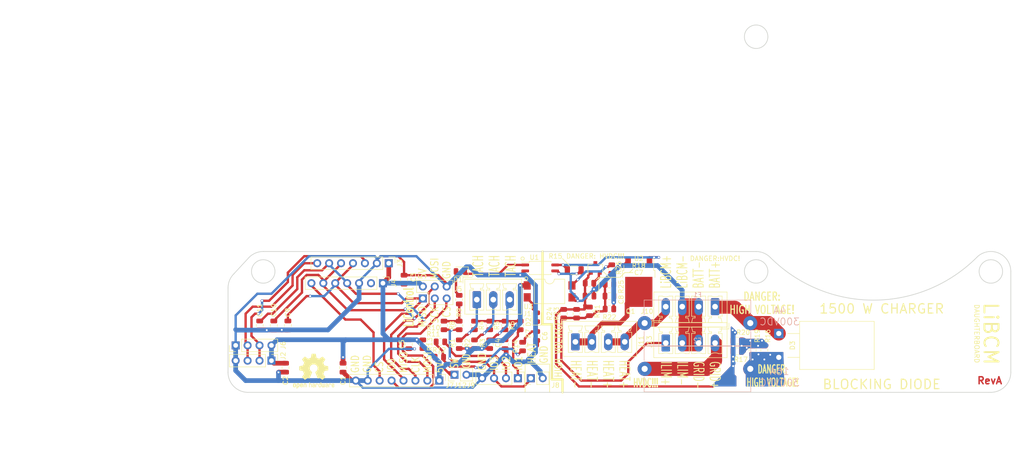
<source format=kicad_pcb>
(kicad_pcb (version 20171130) (host pcbnew "(5.1.9-0-10_14)")
  (title_block (title "LiBCM - Honda Insight BCM Replacement") (rev A) (company "Linsight, LLC"))
  (layers (0 F.Cu signal) (1 In1.Cu power hide) (2 In2.Cu power hide) (31 B.Cu signal) (35 F.Paste user hide) (36 B.SilkS user) (37 F.SilkS user) (38 B.Mask user hide) (39 F.Mask user hide) (44 Edge.Cuts user))
  (net 0 "")
  (net 1 +5V)
  (net 2 GND)
  (net 3 /TACH_SUM)
  (net 4 GNDPWR)
  (net 5 /HVDC_5V_REF)
  (net 6 /CHARGER_CURRENT_LIMIT)
  (net 7 /GRID_POS_FUSED)
  (net 8 /SCK)
  (net 9 /MOSI)
  (net 10 /MISO)
  (net 11 /FLASH_CS)
  (net 12 /MIMA_CS)
  (net 13 /TACH_1)
  (net 14 /TACH_2)
  (net 15 /TACH_3)
  (net 16 /Q1_GATE)
  (net 17 /LEDp)
  (net 18 /LEDn)
  (net 19 /HVDC_POS_BATT)
  (net 20 /ILIM_LED2)
  (net 21 /ILIM_LED)
  (net 22 /HVDC_POS_AUX)
  (net 23 /GRID_POS)
  (net 24 /BUTTON)
  (net 25 /HEATER_EN)
  (net 26 /HEAT_NEG)
  (net 27 /ILIM_JOIN)
  (net 28 /HEAD_L1)
  (net 29 /ILIM_DIV)
  (net 30 /ILIM)
  (net 31 /CAN_INT)
  (net 32 /CAN_CS)
  (net 33 /BUTTON||GRID_ILIM)
  (net 34 /FAN_TACH)
  (net 35 /DIV)
  (module Symbol:OSHW-Logo2_9.8x8mm_SilkScreen (layer F.Cu) (at 115.5 151.25)
    (fp_text reference REF** hide)
    (fp_text value OSHW-Logo2_9.8x8mm_SilkScreen hide)
  )
  (module Fuse:Fuseholder_Cylinder-5x20mm_Schurter_0031_8201_Horizontal_Open (layer B.Cu) (at 208.5 141 180)
    (fp_text reference F1 (at 11.25 6) (layer B.SilkS) (effects (justify mirror)))
    (fp_text value Fuse)
    (pad 1 thru_hole circle (at 0 0 180) (size 3 3) (drill 1.3) (layers *.Cu *.Mask) (net 19 /HVDC_POS_BATT))
    (pad 2 thru_hole circle (at 22.5 0 180) (size 3 3) (drill 1.3) (layers *.Cu *.Mask) (net 22 /HVDC_POS_AUX))
  )
  (module Fuse:Fuseholder_Cylinder-5x20mm_Schurter_0031_8201_Horizontal_Open (layer B.Cu) (at 208.5 150.75 180)
    (fp_text reference F2 (at 11.25 6) (layer B.SilkS) (effects (justify mirror)))
    (fp_text value Fuse)
    (pad 2 thru_hole circle (at 22.5 0 180) (size 3 3) (drill 1.3) (layers *.Cu *.Mask) (net 23 /GRID_POS))
    (pad 1 thru_hole circle (at 0 0 180) (size 3 3) (drill 1.3) (layers *.Cu *.Mask) (net 7 /GRID_POS_FUSED))
  )
  (module Capacitor_SMD:C_0805_2012Metric (layer F.Cu) (at 109.5 150.5 270)
    (fp_text reference C2 (at 2.75 0 90) (layer F.SilkS))
    (fp_text value 100n)
    (pad 1 smd roundrect (at -0.95 0 270) (size 1 1.45) (layers F.Cu F.Paste F.Mask) (net 1 +5V))
    (pad 2 smd roundrect (at 0.95 0 270) (size 1 1.45) (layers F.Cu F.Paste F.Mask) (net 2 GND))
  )
  (module Capacitor_SMD:C_0805_2012Metric (layer F.Cu) (at 134.75 131.75 90)
    (fp_text reference C3 (at 0.5 2 90) (layer F.SilkS))
    (fp_text value 100n)
    (pad 1 smd roundrect (at -0.95 0 90) (size 1 1.45) (layers F.Cu F.Paste F.Mask) (net 1 +5V))
    (pad 2 smd roundrect (at 0.95 0 90) (size 1 1.45) (layers F.Cu F.Paste F.Mask) (net 2 GND))
  )
  (module Capacitor_SMD:C_0805_2012Metric (layer F.Cu) (at 121.75 150.5 270)
    (fp_text reference C1 (at 2.75 0 90) (layer F.SilkS))
    (fp_text value 100n)
    (pad 2 smd roundrect (at 0.95 0 270) (size 1 1.45) (layers F.Cu F.Paste F.Mask) (net 2 GND))
    (pad 1 smd roundrect (at -0.95 0 270) (size 1 1.45) (layers F.Cu F.Paste F.Mask) (net 1 +5V))
  )
  (module Capacitor_SMD:C_0805_2012Metric (layer F.Cu) (at 156.25 145.5 270)
    (fp_text reference C4 (at -0.25 1.5 270) (layer F.SilkS))
    (fp_text value 100n)
    (pad 1 smd roundrect (at -0.95 0 270) (size 1 1.45) (layers F.Cu F.Paste F.Mask) (net 3 /TACH_SUM))
    (pad 2 smd roundrect (at 0.95 0 270) (size 1 1.45) (layers F.Cu F.Paste F.Mask) (net 2 GND))
  )
  (module Capacitor_SMD:C_0805_2012Metric (layer F.Cu) (at 135.75 145.5 270)
    (fp_text reference C5 (at 0 1.5 90) (layer F.SilkS))
    (fp_text value 1u)
    (pad 1 smd roundrect (at -0.95 0 270) (size 1 1.45) (layers F.Cu F.Paste F.Mask) (net 1 +5V))
    (pad 2 smd roundrect (at 0.95 0 270) (size 1 1.45) (layers F.Cu F.Paste F.Mask) (net 2 GND))
  )
  (module Capacitor_SMD:C_0805_2012Metric (layer F.Cu) (at 174.25 135.25)
    (fp_text reference C7 (at 10.5 -5) (layer F.SilkS))
    (fp_text value 100n)
    (pad 1 smd roundrect (at -0.95 0) (size 1 1.45) (layers F.Cu F.Paste F.Mask) (net 5 /HVDC_5V_REF))
    (pad 2 smd roundrect (at 0.95 0) (size 1 1.45) (layers F.Cu F.Paste F.Mask) (net 4 GNDPWR))
  )
  (module Capacitor_SMD:C_0805_2012Metric (layer F.Cu) (at 178.5 135.25)
    (fp_text reference C8 (at 2.5 0.75 90) (layer F.SilkS))
    (fp_text value 100n)
    (pad 1 smd roundrect (at -0.95 0) (size 1 1.45) (layers F.Cu F.Paste F.Mask) (net 6 /CHARGER_CURRENT_LIMIT))
    (pad 2 smd roundrect (at 0.95 0) (size 1 1.45) (layers F.Cu F.Paste F.Mask) (net 4 GNDPWR))
  )
  (module Connector_PinHeader_2.54mm:PinHeader_1x07_P2.54mm_Vertical (layer F.Cu) (at 131.49 128.25 270)
    (fp_text reference J3 (at 0 -2.33 90) (layer F.SilkS))
    (fp_text value Conn_01x07)
    (pad 7 thru_hole oval (at 0 15.24 270) (size 1.7 1.7) (drill 1) (layers *.Cu *.Mask) (net 31 /CAN_INT))
    (pad 6 thru_hole oval (at 0 12.7 270) (size 1.7 1.7) (drill 1) (layers *.Cu *.Mask) (net 8 /SCK))
    (pad 5 thru_hole oval (at 0 10.16 270) (size 1.7 1.7) (drill 1) (layers *.Cu *.Mask) (net 9 /MOSI))
    (pad 4 thru_hole oval (at 0 7.62 270) (size 1.7 1.7) (drill 1) (layers *.Cu *.Mask) (net 10 /MISO))
    (pad 3 thru_hole oval (at 0 5.08 270) (size 1.7 1.7) (drill 1) (layers *.Cu *.Mask) (net 32 /CAN_CS))
    (pad 2 thru_hole oval (at 0 2.54 270) (size 1.7 1.7) (drill 1) (layers *.Cu *.Mask) (net 2 GND))
    (pad 1 thru_hole rect (at 0 0 270) (size 1.7 1.7) (drill 1) (layers *.Cu *.Mask) (net 1 +5V))
  )
  (module Connector_PinHeader_2.54mm:PinHeader_1x07_P2.54mm_Vertical (layer F.Cu) (at 130.25 132.5 270)
    (fp_text reference J4 (at 0 -2.33 90) (layer F.SilkS))
    (fp_text value Conn_01x07)
    (pad 1 thru_hole rect (at 0 0 270) (size 1.7 1.7) (drill 1) (layers *.Cu *.Mask) (net 1 +5V))
    (pad 2 thru_hole oval (at 0 2.54 270) (size 1.7 1.7) (drill 1) (layers *.Cu *.Mask))
    (pad 3 thru_hole oval (at 0 5.08 270) (size 1.7 1.7) (drill 1) (layers *.Cu *.Mask) (net 2 GND))
    (pad 4 thru_hole oval (at 0 7.62 270) (size 1.7 1.7) (drill 1) (layers *.Cu *.Mask) (net 8 /SCK))
    (pad 5 thru_hole oval (at 0 10.16 270) (size 1.7 1.7) (drill 1) (layers *.Cu *.Mask) (net 10 /MISO))
    (pad 6 thru_hole oval (at 0 12.7 270) (size 1.7 1.7) (drill 1) (layers *.Cu *.Mask) (net 9 /MOSI))
    (pad 7 thru_hole oval (at 0 15.24 270) (size 1.7 1.7) (drill 1) (layers *.Cu *.Mask) (net 11 /FLASH_CS))
  )
  (module Connector_PinHeader_2.54mm:PinHeader_1x04_P2.54mm_Vertical (layer F.Cu) (at 159 152.75 270)
    (fp_text reference J9 (at 1.5 10 180) (layer F.SilkS))
    (fp_text value Conn_01x04)
    (pad 1 thru_hole rect (at 0 0 270) (size 1.7 1.7) (drill 1) (layers *.Cu *.Mask) (net 34 /FAN_TACH))
    (pad 2 thru_hole oval (at 0 2.54 270) (size 1.7 1.7) (drill 1) (layers *.Cu *.Mask) (net 33 /BUTTON||GRID_ILIM))
    (pad 3 thru_hole oval (at 0 5.08 270) (size 1.7 1.7) (drill 1) (layers *.Cu *.Mask) (net 25 /HEATER_EN))
    (pad 4 thru_hole oval (at 0 7.62 270) (size 1.7 1.7) (drill 1) (layers *.Cu *.Mask) (net 2 GND))
  )
  (module Resistor_SMD:R_0805_2012Metric (layer F.Cu) (at 146.5 145.5 90)
    (fp_text reference R1 (at 0.25 -1.5 270) (layer F.SilkS))
    (fp_text value 7k32)
    (pad 2 smd roundrect (at 0.9125 0 90) (size 1.025 1.4) (layers F.Cu F.Paste F.Mask) (roundrect_rratio 0.243902) (net 13 /TACH_1))
    (pad 1 smd roundrect (at -0.9125 0 90) (size 1.025 1.4) (layers F.Cu F.Paste F.Mask) (roundrect_rratio 0.243902) (net 1 +5V))
  )
  (module Resistor_SMD:R_0805_2012Metric (layer F.Cu) (at 149.75 145.5 90)
    (fp_text reference R2 (at 0.25 -1.5 90) (layer F.SilkS))
    (fp_text value 7k32)
    (pad 2 smd roundrect (at 0.9125 0 90) (size 1.025 1.4) (layers F.Cu F.Paste F.Mask) (roundrect_rratio 0.243902) (net 14 /TACH_2))
    (pad 1 smd roundrect (at -0.9125 0 90) (size 1.025 1.4) (layers F.Cu F.Paste F.Mask) (roundrect_rratio 0.243902) (net 1 +5V))
  )
  (module Resistor_SMD:R_0805_2012Metric (layer F.Cu) (at 153 145.5 90)
    (fp_text reference R3 (at 0.25 -1.5 90) (layer F.SilkS))
    (fp_text value 7k32)
    (pad 1 smd roundrect (at -0.9125 0 90) (size 1.025 1.4) (layers F.Cu F.Paste F.Mask) (roundrect_rratio 0.243902) (net 1 +5V))
    (pad 2 smd roundrect (at 0.9125 0 90) (size 1.025 1.4) (layers F.Cu F.Paste F.Mask) (roundrect_rratio 0.243902) (net 15 /TACH_3))
  )
  (module Resistor_SMD:R_0805_2012Metric (layer F.Cu) (at 138.75 145.5 270)
    (fp_text reference R13 (at 0 -1.5 90) (layer F.SilkS))
    (fp_text value 7k32)
    (pad 2 smd roundrect (at 0.9125 0 270) (size 1.025 1.4) (layers F.Cu F.Paste F.Mask) (roundrect_rratio 0.243902) (net 24 /BUTTON))
    (pad 1 smd roundrect (at -0.9125 0 270) (size 1.025 1.4) (layers F.Cu F.Paste F.Mask) (roundrect_rratio 0.243902) (net 1 +5V))
  )
  (module Resistor_SMD:R_0805_2012Metric (layer F.Cu) (at 149.75 141.5 90)
    (fp_text reference R4 (at 0 1.5 90) (layer F.SilkS))
    (fp_text value 10k)
    (pad 1 smd roundrect (at -0.9125 0 90) (size 1.025 1.4) (layers F.Cu F.Paste F.Mask) (roundrect_rratio 0.243902) (net 13 /TACH_1))
    (pad 2 smd roundrect (at 0.9125 0 90) (size 1.025 1.4) (layers F.Cu F.Paste F.Mask) (roundrect_rratio 0.243902) (net 3 /TACH_SUM))
  )
  (module Resistor_SMD:R_0805_2012Metric (layer F.Cu) (at 153 141.5 90)
    (fp_text reference R5 (at 0 1.5 90) (layer F.SilkS))
    (fp_text value 10k)
    (pad 1 smd roundrect (at -0.9125 0 90) (size 1.025 1.4) (layers F.Cu F.Paste F.Mask) (roundrect_rratio 0.243902) (net 14 /TACH_2))
    (pad 2 smd roundrect (at 0.9125 0 90) (size 1.025 1.4) (layers F.Cu F.Paste F.Mask) (roundrect_rratio 0.243902) (net 3 /TACH_SUM))
  )
  (module Resistor_SMD:R_0805_2012Metric (layer F.Cu) (at 156.25 141.5 90)
    (fp_text reference R6 (at 0 1.5 90) (layer F.SilkS))
    (fp_text value 10k)
    (pad 2 smd roundrect (at 0.9125 0 90) (size 1.025 1.4) (layers F.Cu F.Paste F.Mask) (roundrect_rratio 0.243902) (net 3 /TACH_SUM))
    (pad 1 smd roundrect (at -0.9125 0 90) (size 1.025 1.4) (layers F.Cu F.Paste F.Mask) (roundrect_rratio 0.243902) (net 15 /TACH_3))
  )
  (module Resistor_SMD:R_0805_2012Metric (layer F.Cu) (at 142.5 145)
    (fp_text reference R11 (at -1.5 -1.65) (layer F.SilkS))
    (fp_text value 100)
    (pad 1 smd roundrect (at -0.9125 0) (size 1.025 1.4) (layers F.Cu F.Paste F.Mask) (roundrect_rratio 0.243902) (net 27 /ILIM_JOIN))
    (pad 2 smd roundrect (at 0.9125 0) (size 1.025 1.4) (layers F.Cu F.Paste F.Mask) (roundrect_rratio 0.243902) (net 33 /BUTTON||GRID_ILIM))
  )
  (module Resistor_SMD:R_0805_2012Metric (layer F.Cu) (at 159.5 141.5 270)
    (fp_text reference R7 (at 1.75 -1.75 270) (layer F.SilkS))
    (fp_text value 100)
    (pad 2 smd roundrect (at 0.9125 0 270) (size 1.025 1.4) (layers F.Cu F.Paste F.Mask) (roundrect_rratio 0.243902) (net 34 /FAN_TACH))
    (pad 1 smd roundrect (at -0.9125 0 270) (size 1.025 1.4) (layers F.Cu F.Paste F.Mask) (roundrect_rratio 0.243902) (net 3 /TACH_SUM))
  )
  (module Resistor_SMD:R_0805_2012Metric (layer F.Cu) (at 146.5 141.5 90)
    (fp_text reference R8 (at 0 -1.5 90) (layer F.SilkS))
    (fp_text value 100)
    (pad 1 smd roundrect (at -0.9125 0 90) (size 1.025 1.4) (layers F.Cu F.Paste F.Mask) (roundrect_rratio 0.243902) (net 25 /HEATER_EN))
    (pad 2 smd roundrect (at 0.9125 0 90) (size 1.025 1.4) (layers F.Cu F.Paste F.Mask) (roundrect_rratio 0.243902) (net 28 /HEAD_L1))
  )
  (module Resistor_SMD:R_0805_2012Metric (layer F.Cu) (at 146.5 136 90)
    (fp_text reference R9 (at -2.75 0 90) (layer F.SilkS))
    (fp_text value 20)
    (pad 2 smd roundrect (at 0.9125 0 90) (size 1.025 1.4) (layers F.Cu F.Paste F.Mask) (roundrect_rratio 0.243902) (net 17 /LEDp))
    (pad 1 smd roundrect (at -0.9125 0 90) (size 1.025 1.4) (layers F.Cu F.Paste F.Mask) (roundrect_rratio 0.243902) (net 28 /HEAD_L1))
  )
  (module Resistor_SMD:R_0805_2012Metric (layer F.Cu) (at 143.25 141.5 90)
    (fp_text reference R10 (at -0.5 -2.25 180) (layer F.SilkS))
    (fp_text value 100)
    (pad 2 smd roundrect (at 0.9125 0 90) (size 1.025 1.4) (layers F.Cu F.Paste F.Mask) (roundrect_rratio 0.243902) (net 28 /HEAD_L1))
    (pad 1 smd roundrect (at -0.9125 0 90) (size 1.025 1.4) (layers F.Cu F.Paste F.Mask) (roundrect_rratio 0.243902) (net 25 /HEATER_EN))
  )
  (module Resistor_SMD:R_1206_3216Metric (layer F.Cu) (at 171 129.75)
    (fp_text reference R15 (at -4 -3) (layer F.SilkS))
    (fp_text value 5M1)
    (pad 1 smd roundrect (at -1.4625 0) (size 1.125 1.75) (layers F.Cu F.Paste F.Mask) (roundrect_rratio 0.222222) (net 16 /Q1_GATE))
    (pad 2 smd roundrect (at 1.4625 0) (size 1.125 1.75) (layers F.Cu F.Paste F.Mask) (roundrect_rratio 0.222222) (net 4 GNDPWR))
  )
  (module Resistor_SMD:R_0805_2012Metric (layer F.Cu) (at 211.5 146.75 90)
    (fp_text reference R16 (at 3 0.75 90) (layer F.SilkS))
    (fp_text value 100k)
    (pad 2 smd roundrect (at 0.9125 0 90) (size 1.025 1.4) (layers F.Cu F.Paste F.Mask) (roundrect_rratio 0.243902) (net 35 /DIV))
    (pad 1 smd roundrect (at -0.9125 0 90) (size 1.025 1.4) (layers F.Cu F.Paste F.Mask) (roundrect_rratio 0.243902) (net 7 /GRID_POS_FUSED))
  )
  (module Resistor_SMD:R_0805_2012Metric (layer F.Cu) (at 205.75 147 180)
    (fp_text reference R17 (at -0.75 -1.75) (layer F.SilkS))
    (fp_text value 100k)
    (pad 2 smd roundrect (at 0.9125 0 180) (size 1.025 1.4) (layers F.Cu F.Paste F.Mask) (roundrect_rratio 0.243902) (net 5 /HVDC_5V_REF))
    (pad 1 smd roundrect (at -0.9125 0 180) (size 1.025 1.4) (layers F.Cu F.Paste F.Mask) (roundrect_rratio 0.243902) (net 35 /DIV))
  )
  (module Resistor_SMD:R_0805_2012Metric (layer F.Cu) (at 209 146.75 90)
    (fp_text reference R19 (at 3 1 90) (layer F.SilkS))
    (fp_text value 100k)
    (pad 2 smd roundrect (at 0.9125 0 90) (size 1.025 1.4) (layers F.Cu F.Paste F.Mask) (roundrect_rratio 0.243902) (net 35 /DIV))
    (pad 1 smd roundrect (at -0.9125 0 90) (size 1.025 1.4) (layers F.Cu F.Paste F.Mask) (roundrect_rratio 0.243902) (net 7 /GRID_POS_FUSED))
  )
  (module Resistor_SMD:R_0805_2012Metric (layer F.Cu) (at 205.75 144.75 180)
    (fp_text reference R20 (at -1.25 1.75 180) (layer F.SilkS))
    (fp_text value 100k)
    (pad 2 smd roundrect (at 0.9125 0 180) (size 1.025 1.4) (layers F.Cu F.Paste F.Mask) (roundrect_rratio 0.243902) (net 5 /HVDC_5V_REF))
    (pad 1 smd roundrect (at -0.9125 0 180) (size 1.025 1.4) (layers F.Cu F.Paste F.Mask) (roundrect_rratio 0.243902) (net 35 /DIV))
  )
  (module Resistor_SMD:R_0805_2012Metric (layer F.Cu) (at 174.25 132.5)
    (fp_text reference R18 (at 10.5 -3.75) (layer F.SilkS))
    (fp_text value 10k)
    (pad 1 smd roundrect (at -0.9125 0) (size 1.025 1.4) (layers F.Cu F.Paste F.Mask) (roundrect_rratio 0.243902) (net 5 /HVDC_5V_REF))
    (pad 2 smd roundrect (at 0.9125 0) (size 1.025 1.4) (layers F.Cu F.Paste F.Mask) (roundrect_rratio 0.243902) (net 4 GNDPWR))
  )
  (module Resistor_SMD:R_0805_2012Metric (layer F.Cu) (at 174.25 138.5 270)
    (fp_text reference R21 (at 0 -1.65 90) (layer F.SilkS))
    (fp_text value 768)
    (pad 2 smd roundrect (at 0.9125 0 270) (size 1.025 1.4) (layers F.Cu F.Paste F.Mask) (roundrect_rratio 0.243902) (net 6 /CHARGER_CURRENT_LIMIT))
    (pad 1 smd roundrect (at -0.9125 0 270) (size 1.025 1.4) (layers F.Cu F.Paste F.Mask) (roundrect_rratio 0.243902) (net 5 /HVDC_5V_REF))
  )
  (module Resistor_SMD:R_0805_2012Metric (layer F.Cu) (at 178.5 138)
    (fp_text reference R22 (at 0 1.75 180) (layer F.SilkS))
    (fp_text value 10k)
    (pad 2 smd roundrect (at 0.9125 0) (size 1.025 1.4) (layers F.Cu F.Paste F.Mask) (roundrect_rratio 0.243902) (net 4 GNDPWR))
    (pad 1 smd roundrect (at -0.9125 0) (size 1.025 1.4) (layers F.Cu F.Paste F.Mask) (roundrect_rratio 0.243902) (net 6 /CHARGER_CURRENT_LIMIT))
  )
  (module Resistor_SMD:R_0805_2012Metric (layer F.Cu) (at 171.5 139 270)
    (fp_text reference R23 (at 0 4.25 90) (layer F.SilkS))
    (fp_text value 768)
    (pad 1 smd roundrect (at -0.9125 0 270) (size 1.025 1.4) (layers F.Cu F.Paste F.Mask) (roundrect_rratio 0.243902) (net 5 /HVDC_5V_REF))
    (pad 2 smd roundrect (at 0.9125 0 270) (size 1.025 1.4) (layers F.Cu F.Paste F.Mask) (roundrect_rratio 0.243902) (net 6 /CHARGER_CURRENT_LIMIT))
  )
  (module Resistor_SMD:R_0805_2012Metric (layer F.Cu) (at 168.75 139 270)
    (fp_text reference R24 (at 0 3 90) (layer F.SilkS))
    (fp_text value DNP)
    (pad 2 smd roundrect (at 0.9125 0 270) (size 1.025 1.4) (layers F.Cu F.Paste F.Mask) (roundrect_rratio 0.243902) (net 6 /CHARGER_CURRENT_LIMIT))
    (pad 1 smd roundrect (at -0.9125 0 270) (size 1.025 1.4) (layers F.Cu F.Paste F.Mask) (roundrect_rratio 0.243902) (net 5 /HVDC_5V_REF))
  )
  (module Package_SO:SOP-4_4.4x2.6mm_P1.27mm (layer F.Cu) (at 163.75 129.25)
    (fp_text reference U1 (at -1.25 -2.25) (layer F.SilkS))
    (fp_text value APV1121S)
    (pad 1 smd roundrect (at -3.1875 -0.635) (size 1.625 0.6) (layers F.Cu F.Paste F.Mask) (net 18 /LEDn))
    (pad 2 smd roundrect (at -3.1875 0.635) (size 1.625 0.6) (layers F.Cu F.Paste F.Mask) (net 2 GND))
    (pad 3 smd roundrect (at 3.1875 0.635) (size 1.625 0.6) (layers F.Cu F.Paste F.Mask) (net 4 GNDPWR))
    (pad 4 smd roundrect (at 3.1875 -0.635) (size 1.625 0.6) (layers F.Cu F.Paste F.Mask) (net 16 /Q1_GATE))
  )
  (module Package_TO_SOT_SMD:SOT-23 (layer F.Cu) (at 175.5 129.25 90)
    (fp_text reference U2 (at 2 9.25) (layer F.SilkS))
    (fp_text value LM4040DBZ-5)
    (pad 3 smd rect (at 1 0 90) (size 0.9 0.8) (layers F.Cu F.Paste F.Mask))
    (pad 2 smd rect (at -1 0.95 90) (size 0.9 0.8) (layers F.Cu F.Paste F.Mask) (net 4 GNDPWR))
    (pad 1 smd rect (at -1 -0.95 90) (size 0.9 0.8) (layers F.Cu F.Paste F.Mask) (net 5 /HVDC_5V_REF))
  )
  (module LED_SMD:LED_0805_2012Metric (layer F.Cu) (at 146.75 130 180)
    (fp_text reference D1 (at 0.5 -1.75) (layer F.SilkS))
    (fp_text value LED)
    (pad 2 smd roundrect (at 0.9375 0 180) (size 0.975 1.4) (layers F.Cu F.Paste F.Mask) (net 17 /LEDp))
    (pad 1 smd roundrect (at -0.9375 0 180) (size 0.975 1.4) (layers F.Cu F.Paste F.Mask) (net 18 /LEDn))
  )
  (module LED_SMD:LED_0805_2012Metric (layer F.Cu) (at 163 139.75 90)
    (fp_text reference D2 (at -1 -1.75 90) (layer F.SilkS))
    (fp_text value LED)
    (pad 1 smd roundrect (at -0.9375 0 90) (size 0.975 1.4) (layers F.Cu F.Paste F.Mask) (net 20 /ILIM_LED2))
    (pad 2 smd roundrect (at 0.9375 0 90) (size 0.975 1.4) (layers F.Cu F.Paste F.Mask) (net 21 /ILIM_LED))
  )
  (module Connector_Phoenix_MC:PhoenixContact_MCV_1,5_3-G-3.5_1x03_P3.50mm_Vertical (layer F.Cu) (at 150.25 136)
    (fp_text reference J1 (at 10.75 3 180) (layer F.SilkS))
    (fp_text value Conn_01x03)
    (pad 1 thru_hole roundrect (at 0 0) (size 1.8 3.6) (drill 1.2) (layers *.Cu *.Mask) (roundrect_rratio 0.138889) (net 13 /TACH_1))
    (pad 2 thru_hole oval (at 3.5 0) (size 1.8 3.6) (drill 1.2) (layers *.Cu *.Mask) (net 14 /TACH_2))
    (pad 3 thru_hole oval (at 7 0) (size 1.8 3.6) (drill 1.2) (layers *.Cu *.Mask) (net 15 /TACH_3))
  )
  (module Connector_PinHeader_2.54mm:PinHeader_1x02_P2.54mm_Vertical (layer F.Cu) (at 145.5 152 90)
    (fp_text reference J12 (at -2.25 1.25 180) (layer F.SilkS))
    (fp_text value Conn_01x02)
    (pad 1 thru_hole rect (at 0 0 90) (size 1.7 1.7) (drill 1) (layers *.Cu *.Mask) (net 24 /BUTTON))
    (pad 2 thru_hole oval (at 0 2.54 90) (size 1.7 1.7) (drill 1) (layers *.Cu *.Mask) (net 2 GND))
  )
  (module Connector_PinHeader_2.54mm:PinHeader_2x03_P2.54mm_Vertical (layer F.Cu) (at 138.75 135.75 90)
    (fp_text reference J5 (at 2 7.5 180) (layer F.SilkS))
    (fp_text value Conn_02x03_Odd_Even)
    (pad 1 thru_hole rect (at 0 0 90) (size 1.7 1.7) (drill 1) (layers *.Cu *.Mask) (net 10 /MISO))
    (pad 2 thru_hole oval (at 2.54 0 90) (size 1.7 1.7) (drill 1) (layers *.Cu *.Mask) (net 1 +5V))
    (pad 3 thru_hole oval (at 0 2.54 90) (size 1.7 1.7) (drill 1) (layers *.Cu *.Mask) (net 8 /SCK))
    (pad 4 thru_hole oval (at 2.54 2.54 90) (size 1.7 1.7) (drill 1) (layers *.Cu *.Mask) (net 9 /MOSI))
    (pad 5 thru_hole oval (at 0 5.08 90) (size 1.7 1.7) (drill 1) (layers *.Cu *.Mask) (net 12 /MIMA_CS))
    (pad 6 thru_hole oval (at 2.54 5.08 90) (size 1.7 1.7) (drill 1) (layers *.Cu *.Mask) (net 2 GND))
  )
  (module Connector_Phoenix_MC:PhoenixContact_MCV_1,5_4-G-3.5_1x04_P3.50mm_Vertical (layer F.Cu) (at 201 137.5 180)
    (fp_text reference J10 (at 14.5 -1) (layer F.SilkS))
    (fp_text value Conn_01x04)
    (pad 1 thru_hole roundrect (at 0 0 180) (size 1.8 3.6) (drill 1.2) (layers *.Cu *.Mask) (roundrect_rratio 0.138889) (net 19 /HVDC_POS_BATT))
    (pad 2 thru_hole oval (at 3.5 0 180) (size 1.8 3.6) (drill 1.2) (layers *.Cu *.Mask) (net 4 GNDPWR))
    (pad 3 thru_hole oval (at 7 0 180) (size 1.8 3.6) (drill 1.2) (layers *.Cu *.Mask) (net 4 GNDPWR))
    (pad 4 thru_hole oval (at 10.5 0 180) (size 1.8 3.6) (drill 1.2) (layers *.Cu *.Mask) (net 22 /HVDC_POS_AUX))
  )
  (module Connector_Phoenix_MC:PhoenixContact_MCV_1,5_4-G-3.5_1x04_P3.50mm_Vertical (layer F.Cu) (at 171.25 145)
    (fp_text reference J11 (at 14 0 270) (layer F.SilkS))
    (fp_text value Conn_01x04)
    (pad 1 thru_hole roundrect (at 0 0) (size 1.8 3.6) (drill 1.2) (layers *.Cu *.Mask) (roundrect_rratio 0.138889) (net 26 /HEAT_NEG))
    (pad 2 thru_hole oval (at 3.5 0) (size 1.8 3.6) (drill 1.2) (layers *.Cu *.Mask) (net 26 /HEAT_NEG))
    (pad 3 thru_hole oval (at 7 0) (size 1.8 3.6) (drill 1.2) (layers *.Cu *.Mask) (net 22 /HVDC_POS_AUX))
    (pad 4 thru_hole oval (at 10.5 0) (size 1.8 3.6) (drill 1.2) (layers *.Cu *.Mask) (net 22 /HVDC_POS_AUX))
  )
  (module Connector_Phoenix_MC:PhoenixContact_MCV_1,5_4-G-3.5_1x04_P3.50mm_Vertical (layer F.Cu) (at 190.5 145.25)
    (fp_text reference J13 (at -3.5 -0.25 90) (layer F.SilkS))
    (fp_text value Conn_01x04)
    (pad 4 thru_hole oval (at 10.5 0) (size 1.8 3.6) (drill 1.2) (layers *.Cu *.Mask) (net 23 /GRID_POS))
    (pad 3 thru_hole oval (at 7 0) (size 1.8 3.6) (drill 1.2) (layers *.Cu *.Mask) (net 4 GNDPWR))
    (pad 2 thru_hole oval (at 3.5 0) (size 1.8 3.6) (drill 1.2) (layers *.Cu *.Mask) (net 4 GNDPWR))
    (pad 1 thru_hole roundrect (at 0 0) (size 1.8 3.6) (drill 1.2) (layers *.Cu *.Mask) (roundrect_rratio 0.138889) (net 6 /CHARGER_CURRENT_LIMIT))
  )
  (module Package_TO_SOT_SMD:TO-252-3_TabPin2 (layer F.Cu) (at 184.75 132.25 270)
    (fp_text reference Q1 (at 6.25 1.75 180) (layer F.SilkS))
    (fp_text value Q_NMOS_GDS)
    (pad 1 smd rect (at -4.2 -2.28 270) (size 2.2 1.2) (layers F.Cu F.Paste F.Mask) (net 16 /Q1_GATE))
    (pad 3 smd rect (at -4.2 2.28 270) (size 2.2 1.2) (layers F.Cu F.Paste F.Mask) (net 4 GNDPWR))
    (pad 2 smd rect (at 2.1 0 270) (size 6.4 5.8) (layers F.Cu F.Mask) (net 26 /HEAT_NEG))
  )
  (module Resistor_SMD:R_0805_2012Metric (layer F.Cu) (at 142.25 148.25 180)
    (fp_text reference R12 (at 0 1.5 180) (layer F.SilkS))
    (fp_text value 100)
    (pad 2 smd roundrect (at 0.9125 0 180) (size 1.025 1.4) (layers F.Cu F.Paste F.Mask) (roundrect_rratio 0.243902) (net 24 /BUTTON))
    (pad 1 smd roundrect (at -0.9125 0 180) (size 1.025 1.4) (layers F.Cu F.Paste F.Mask) (roundrect_rratio 0.243902) (net 27 /ILIM_JOIN))
  )
  (module Resistor_SMD:R_0805_2012Metric (layer F.Cu) (at 160 146 270)
    (fp_text reference R14 (at 0 1.5 90) (layer F.SilkS))
    (fp_text value 100)
    (pad 1 smd roundrect (at -0.9125 0 270) (size 1.025 1.4) (layers F.Cu F.Paste F.Mask) (roundrect_rratio 0.243902) (net 20 /ILIM_LED2))
    (pad 2 smd roundrect (at 0.9125 0 270) (size 1.025 1.4) (layers F.Cu F.Paste F.Mask) (roundrect_rratio 0.243902) (net 27 /ILIM_JOIN))
  )
  (module Resistor_SMD:R_0805_2012Metric (layer F.Cu) (at 178.5 132.75)
    (fp_text reference R25 (at 2.5 0.5 90) (layer F.SilkS))
    (fp_text value 10k)
    (pad 2 smd roundrect (at 0.9125 0) (size 1.025 1.4) (layers F.Cu F.Paste F.Mask) (roundrect_rratio 0.243902) (net 29 /ILIM_DIV))
    (pad 1 smd roundrect (at -0.9125 0) (size 1.025 1.4) (layers F.Cu F.Paste F.Mask) (roundrect_rratio 0.243902) (net 6 /CHARGER_CURRENT_LIMIT))
  )
  (module Resistor_SMD:R_0805_2012Metric (layer F.Cu) (at 179 129.5 90)
    (fp_text reference R26 (at 0.25 1.5 90) (layer F.SilkS))
    (fp_text value 10k)
    (pad 1 smd roundrect (at -0.9125 0 90) (size 1.025 1.4) (layers F.Cu F.Paste F.Mask) (roundrect_rratio 0.243902) (net 29 /ILIM_DIV))
    (pad 2 smd roundrect (at 0.9125 0 90) (size 1.025 1.4) (layers F.Cu F.Paste F.Mask) (roundrect_rratio 0.243902) (net 30 /ILIM))
  )
  (module Package_DIP:SMDIP-4_W9.53mm_Clearance8mm (layer F.Cu) (at 165.75 134.25)
    (fp_text reference U3 (at -4.5 3.25) (layer F.SilkS))
    (fp_text value SFH620A-2X007T)
    (pad 1 smd rect (at -4.765 -1.27) (size 1.5 1.78) (layers F.Cu F.Paste F.Mask) (net 1 +5V))
    (pad 3 smd rect (at 4.765 1.27) (size 1.5 1.78) (layers F.Cu F.Paste F.Mask) (net 4 GNDPWR))
    (pad 2 smd rect (at -4.765 1.27) (size 1.5 1.78) (layers F.Cu F.Paste F.Mask) (net 21 /ILIM_LED))
    (pad 4 smd rect (at 4.765 -1.27) (size 1.5 1.78) (layers F.Cu F.Paste F.Mask) (net 30 /ILIM))
  )
  (module Capacitor_SMD:C_0805_2012Metric (layer F.Cu) (at 163 143.75 270)
    (fp_text reference C6 (at 0 -1.75 90) (layer F.SilkS))
    (fp_text value 100n)
    (pad 1 smd roundrect (at -0.95 0 270) (size 1 1.45) (layers F.Cu F.Paste F.Mask) (net 20 /ILIM_LED2))
    (pad 2 smd roundrect (at 0.95 0 270) (size 1 1.45) (layers F.Cu F.Paste F.Mask) (net 2 GND))
  )
  (module Connector_PinHeader_2.54mm:PinHeader_1x02_P2.54mm_Vertical (layer F.Cu) (at 161.75 152.75 90)
    (fp_text reference J8 (at -1.5 5.25 180) (layer F.SilkS))
    (fp_text value Conn_01x02)
    (pad 1 thru_hole rect (at 0 0 90) (size 1.7 1.7) (drill 1) (layers *.Cu *.Mask) (net 25 /HEATER_EN))
    (pad 2 thru_hole oval (at 0 2.54 90) (size 1.7 1.7) (drill 1) (layers *.Cu *.Mask) (net 2 GND))
  )
  (module Connector_PinHeader_2.54mm:PinHeader_1x08_P2.54mm_Vertical (layer F.Cu) (at 142.25 153.25 270)
    (fp_text reference J7 (at 1 -2.25 180) (layer F.SilkS))
    (fp_text value Conn_01x08)
    (pad 1 thru_hole rect (at 0 0 270) (size 1.7 1.7) (drill 1) (layers *.Cu *.Mask) (net 1 +5V))
    (pad 2 thru_hole oval (at 0 2.54 270) (size 1.7 1.7) (drill 1) (layers *.Cu *.Mask) (net 8 /SCK))
    (pad 3 thru_hole oval (at 0 5.08 270) (size 1.7 1.7) (drill 1) (layers *.Cu *.Mask) (net 9 /MOSI))
    (pad 4 thru_hole oval (at 0 7.62 270) (size 1.7 1.7) (drill 1) (layers *.Cu *.Mask) (net 10 /MISO))
    (pad 5 thru_hole oval (at 0 10.16 270) (size 1.7 1.7) (drill 1) (layers *.Cu *.Mask) (net 12 /MIMA_CS))
    (pad 6 thru_hole oval (at 0 12.7 270) (size 1.7 1.7) (drill 1) (layers *.Cu *.Mask) (net 11 /FLASH_CS))
    (pad 7 thru_hole oval (at 0 15.24 270) (size 1.7 1.7) (drill 1) (layers *.Cu *.Mask) (net 2 GND))
    (pad 8 thru_hole oval (at 0 17.78 270) (size 1.7 1.7) (drill 1) (layers *.Cu *.Mask) (net 2 GND))
  )
  (module Connector_PinHeader_2.54mm:PinHeader_1x04_P2.54mm_Vertical (layer F.Cu) (at 98.88 145.75 90)
    (fp_text reference J6 (at 0 10.12 90) (layer F.SilkS))
    (fp_text value Conn_01x04)
    (pad 1 thru_hole rect (at 0 0 90) (size 1.7 1.7) (drill 1) (layers *.Cu *.Mask) (net 2 GND))
    (pad 2 thru_hole oval (at 0 2.54 90) (size 1.7 1.7) (drill 1) (layers *.Cu *.Mask) (net 31 /CAN_INT))
    (pad 3 thru_hole oval (at 0 5.08 90) (size 1.7 1.7) (drill 1) (layers *.Cu *.Mask) (net 32 /CAN_CS))
    (pad 4 thru_hole oval (at 0 7.62 90) (size 1.7 1.7) (drill 1) (layers *.Cu *.Mask) (net 1 +5V))
  )
  (module Package_TO_SOT_THT:TO-220-2_Horizontal_TabDown (layer F.Cu) (at 215.32 143.22 270)
    (fp_text reference D3 (at 2.54 -2.18 90) (layer F.SilkS))
    (fp_text value D)
    (pad "" np_thru_hole oval (at 2.54 -16.66 270) (size 3.5 3.5) (drill 3.5) (layers *.Cu *.Mask))
    (pad 1 thru_hole rect (at 0 0.75 270) (size 2 2) (drill 1.1) (layers *.Cu *.Mask) (net 19 /HVDC_POS_BATT))
    (pad 2 thru_hole oval (at 5.08 0.75 270) (size 2 2) (drill 1.1) (layers *.Cu *.Mask) (net 7 /GRID_POS_FUSED))
  )
  (module MountingHole:MountingHole_3.2mm_M3 (layer F.Cu) (at 242.5 145.75 270)
    (fp_text reference H1 (at 0 0 90) (layer F.SilkS))
    (fp_text value MountingHole)
    (pad 1 np_thru_hole circle (at 0 0 270) (size 3.2 3.2) (drill 3.2) (layers *.Cu *.Mask))
  )
  (module Capacitor_SMD:C_0805_2012Metric (layer F.Cu) (at 110 141.5 270)
    (fp_text reference C9 (at -2.75 0 90) (layer F.SilkS))
    (fp_text value 100p)
    (pad 1 smd roundrect (at -0.95 0 270) (size 1 1.45) (layers F.Cu F.Paste F.Mask) (net 10 /MISO))
    (pad 2 smd roundrect (at 0.95 0 270) (size 1 1.45) (layers F.Cu F.Paste F.Mask) (net 2 GND))
  )
  (module Capacitor_SMD:C_0805_2012Metric (layer F.Cu) (at 107 141.5 270)
    (fp_text reference C10 (at -3.25 0 90) (layer F.SilkS))
    (fp_text value 100p)
    (pad 2 smd roundrect (at 0.95 0 270) (size 1 1.45) (layers F.Cu F.Paste F.Mask) (net 2 GND))
    (pad 1 smd roundrect (at -0.95 0 270) (size 1 1.45) (layers F.Cu F.Paste F.Mask) (net 9 /MOSI))
  )
  (module Capacitor_SMD:C_0805_2012Metric (layer F.Cu) (at 104 141.5 270)
    (fp_text reference C11 (at -3.25 0 90) (layer F.SilkS))
    (fp_text value 100p)
    (pad 1 smd roundrect (at -0.95 0 270) (size 1 1.45) (layers F.Cu F.Paste F.Mask) (net 8 /SCK))
    (pad 2 smd roundrect (at 0.95 0 270) (size 1 1.45) (layers F.Cu F.Paste F.Mask) (net 2 GND))
  )
  (module Connector_PinHeader_2.54mm:PinHeader_1x04_P2.54mm_Vertical (layer F.Cu) (at 106.5 149 270)
    (fp_text reference J2 (at -1 -2.5 90) (layer F.SilkS))
    (fp_text value Conn_01x04)
    (pad 1 thru_hole rect (at 0 0 270) (size 1.7 1.7) (drill 1) (layers *.Cu *.Mask) (net 1 +5V))
    (pad 2 thru_hole oval (at 0 2.54 270) (size 1.7 1.7) (drill 1) (layers *.Cu *.Mask) (net 32 /CAN_CS))
    (pad 3 thru_hole oval (at 0 5.08 270) (size 1.7 1.7) (drill 1) (layers *.Cu *.Mask) (net 31 /CAN_INT))
    (pad 4 thru_hole oval (at 0 7.62 270) (size 1.7 1.7) (drill 1) (layers *.Cu *.Mask) (net 2 GND))
  )
  (gr_line (start 256.749999 126.999999) (end 257.004745 126.755608) (layer Edge.Cuts) (width 0.15))
  (gr_line (start 168.5 153) (end 168.5 155.75) (layer F.SilkS) (width 0.5))
  (gr_line (start 166.25 153) (end 168.5 153) (layer F.SilkS) (width 0.5))
  (gr_text "SW\nGND" (at 146.75 150.75 90) (layer F.SilkS) (effects (font (size 1.6 1) (thickness 0.2)) (justify left)))
  (gr_line (start 166.25 141.25) (end 166.25 153) (layer F.SilkS) (width 0.5))
  (gr_line (start 164.25 141.25) (end 166.25 141.25) (layer F.SilkS) (width 0.5))
  (gr_line (start 164.25 125.75) (end 164.25 141.25) (layer F.SilkS) (width 0.5))
  (gr_line (start 168.5 127.25) (end 170 128.75) (layer F.SilkS) (width 0.15))
  (gr_text "DANGER: HVDC!!!" (at 175.5 126.75) (layer F.SilkS) (effects (font (size 1 1))))
  (gr_line (start 177.08 129.95) (end 178.5 131.25) (layer F.SilkS) (width 0.15))
  (gr_text HVDC!!! (at 186.25 153.75) (layer F.SilkS) (effects (font (size 1.75 1) (thickness 0.25))))
  (gr_text "DANGER:\nHIGH VOLTAGE!" (at 213.25 152.25) (layer F.SilkS) (effects (font (size 1.75 1) (thickness 0.25))))
  (gr_text DANGER:HVDC! (at 201 127.25) (layer F.SilkS) (effects (font (size 1 1))))
  (gr_text "DANGER:\nHIGH VOLTAGE!" (at 211 136.75) (layer F.SilkS) (effects (font (size 1.75 1.25) (thickness 0.25))))
  (gr_circle (center 160.75 131.5) (end 161 131.75) (layer F.SilkS) (width 0.15))
  (gr_circle (center 160 127.25) (end 160.25 127.5) (layer F.SilkS) (width 0.15))
  (gr_line (start 183.5 129.5) (end 182.75 130.25) (layer F.SilkS) (width 0.15))
  (gr_line (start 181.75 130.25) (end 183.5 130.25) (layer F.SilkS) (width 0.15))
  (gr_line (start 180.75 131.25) (end 181.75 130.25) (layer F.SilkS) (width 0.15))
  (gr_line (start 175.75 131.75) (end 176.25 131.25) (layer F.SilkS) (width 0.15))
  (gr_line (start 176.25 131.25) (end 180.75 131.25) (layer F.SilkS) (width 0.15))
  (gr_line (start 176.25 134) (end 176.25 131.25) (layer F.SilkS) (width 0.15))
  (gr_line (start 175.75 134.5) (end 176.25 134) (layer F.SilkS) (width 0.15))
  (gr_text "HEAT\nGND" (at 163.25 149.75 90) (layer F.SilkS) (effects (font (size 1.6 1.25) (thickness 0.2)) (justify left)))
  (gr_text LiControl (at 135.75 142 90) (layer F.SilkS) (effects (font (size 2 1.25) (thickness 0.3)) (justify left)))
  (gr_text "MISO\nSCK\nCS" (at 141.25 137.25 90) (layer F.SilkS) (effects (font (size 1.6 1.25) (thickness 0.2)) (justify right)))
  (gr_text "5V\nMOSI\nGND" (at 141.25 131.75 90) (layer F.SilkS) (effects (font (size 1.6 1.25) (thickness 0.2)) (justify left)))
  (gr_text "TACH\nTACH\nTACH" (at 154 131.25 90) (layer F.SilkS) (effects (font (size 2.15 1.25) (thickness 0.2)) (justify left)))
  (gr_text "HIGH VOLTAGE" (at 167.65 146.5 90) (layer F.SilkS) (effects (font (size 1.5 1.15) (thickness 0.2))))
  (gr_text "16A\n300VDC" (at 214.75 152.5) (layer B.SilkS) (effects (font (size 1.5 1.5)) (justify mirror)))
  (gr_text "4A\n300VDC" (at 214.75 139.5) (layer B.SilkS) (effects (font (size 1.5 1.5)) (justify mirror)))
  (gr_text "1500 W CHARGER\n\n\n\n\nBLOCKING DIODE" (at 236.5 146) (layer F.SilkS) (effects (font (size 2 2) (thickness 0.25))))
  (gr_text RevA (at 259.5 153.25) (layer F.Cu) (effects (font (size 1.5 1.5) (thickness 0.3))))
  (gr_text LiBCM (at 259.75 143.25 -90) (layer F.SilkS) (effects (font (size 3 3) (thickness 0.4))))
  (gr_text DAUGHTERBOARD (at 256.75 143.25 270) (layer F.SilkS) (effects (font (size 1 1))))
  (gr_arc (start 101.5 151.5) (end 97.25 151.5) (angle -90) (layer Edge.Cuts) (width 0.15))
  (gr_arc (start 101.5 133.5) (end 98.5 130.5) (angle -45) (layer Edge.Cuts) (width 0.15))
  (gr_arc (start 259.75 151.5) (end 259.75 155.75) (angle -90) (layer Edge.Cuts) (width 0.15))
  (gr_line (start 101.5 155.75) (end 259.75 155.75) (layer Edge.Cuts) (width 0.15))
  (gr_line (start 101.744796 126.994796) (end 98.5 130.5) (layer Edge.Cuts) (width 0.15))
  (gr_line (start 97.25 151.5) (end 97.257359 133.5) (layer Edge.Cuts) (width 0.15))
  (gr_arc (start 104.75 130) (end 104.75 125.75) (angle -45) (layer Edge.Cuts) (width 0.15))
  (gr_line (start 264 130) (end 264 151.5) (layer Edge.Cuts) (width 0.15))
  (gr_arc (start 259.75 130) (end 264 130) (angle -130.2363583) (layer Edge.Cuts) (width 0.15))
  (gr_arc (start 209.75 130) (end 212.75 127) (angle -45) (layer Edge.Cuts) (width 0.15))
  (gr_arc (start 234.75 105) (end 212.750001 126.999999) (angle -90) (layer Edge.Cuts) (width 0.15))
  (gr_line (start 104.75 125.75) (end 209.75 125.757359) (layer Edge.Cuts) (width 0.15))
  (gr_circle (center 259.75 130) (end 262.25 130) (layer Edge.Cuts) (width 0.15))
  (gr_line (start 165.75 149.75) (end 165.75 155.75) (layer F.SilkS) (width 0.15))
  (gr_line (start 160.54 149.75) (end 165.75 149.75) (layer F.SilkS) (width 0.15))
  (gr_line (start 160.54 155.75) (end 160.54 149.75) (layer F.SilkS) (width 0.15))
  (gr_text "GRID+\nGRID-\nILIM-\nILIM+" (at 195.75 149 -90) (layer F.SilkS) (effects (font (size 2.15 1.25) (thickness 0.2)) (justify left)))
  (gr_text "LiBCM+\nLiBCM-\nBATT-\nBATT+" (at 195.75 133.75 90) (layer F.SilkS) (effects (font (size 2.15 1.25) (thickness 0.2)) (justify left)))
  (gr_text "HEAT+\nHEAT+\nHEAT-\nHEAT-" (at 176.5 148.75 -90) (layer F.SilkS) (effects (font (size 2.15 1.25) (thickness 0.2)) (justify left)))
  (gr_circle (center 209.75 80) (end 212.25 80) (layer Edge.Cuts) (width 0.15))
  (gr_circle (center 104.75 130) (end 107.25 130) (layer Edge.Cuts) (width 0.15))
  (gr_circle (center 209.75 130) (end 212.25 130) (layer Edge.Cuts) (width 0.15))
  (gr_text "GND\nIO3\nIO2\nIO1" (at 155.25 151.25 90) (layer F.SilkS) (effects (font (size 1.6 1.25) (thickness 0.2)) (justify left)))
  (gr_text "GND\nGND\nCS\nIO0\nMISO\nCLK\nMOSI\n5V" (at 133.35 151.75 90) (layer F.SilkS) (effects (font (size 1.6 1.25) (thickness 0.2)) (justify left)))
  (via (at 159.5 133) (size 0.6) (drill 0.4) (layers F.Cu B.Cu) (net 1))
  (segment (start 159.52 132.98) (end 159.5 133) (width 1) (layer F.Cu) (net 1))
  (segment (start 160.985 132.98) (end 159.52 132.98) (width 1) (layer F.Cu) (net 1))
  (segment (start 155.75 144.75) (end 153 144.75) (width 1) (layer B.Cu) (net 1))
  (segment (start 159.5 133) (end 159.5 141) (width 1) (layer B.Cu) (net 1))
  (segment (start 151.3375 146.4125) (end 149.75 146.4125) (width 0.5) (layer F.Cu) (net 1))
  (segment (start 159.5 141) (end 155.75 144.75) (width 1) (layer B.Cu) (net 1))
  (segment (start 153 144.75) (end 151.3375 146.4125) (width 1) (layer B.Cu) (net 1))
  (via (at 151.3375 146.4125) (size 0.6) (drill 0.4) (layers F.Cu B.Cu) (net 1))
  (segment (start 153 146.4125) (end 151.3375 146.4125) (width 0.5) (layer F.Cu) (net 1))
  (segment (start 142.25 153.25) (end 142.25 151.25) (width 1) (layer B.Cu) (net 1))
  (segment (start 142.25 151.25) (end 143.75 149.75) (width 1) (layer B.Cu) (net 1))
  (segment (start 143.75 149.75) (end 146.25 149.75) (width 1) (layer B.Cu) (net 1))
  (segment (start 149.5875 146.4125) (end 151.3375 146.4125) (width 1) (layer B.Cu) (net 1))
  (via (at 148.1625 146.4125) (size 0.6) (drill 0.4) (layers F.Cu B.Cu) (net 1))
  (segment (start 148.1625 146.4125) (end 146.5 146.4125) (width 0.5) (layer F.Cu) (net 1))
  (segment (start 148.5 146.75) (end 148.1625 146.4125) (width 1) (layer B.Cu) (net 1))
  (segment (start 148.5 147.5) (end 148.5 146.75) (width 1) (layer B.Cu) (net 1))
  (segment (start 149.75 146.4125) (end 148.1625 146.4125) (width 0.5) (layer F.Cu) (net 1))
  (segment (start 146.25 149.75) (end 148.5 147.5) (width 1) (layer B.Cu) (net 1))
  (segment (start 148.5 147.5) (end 149.5875 146.4125) (width 1) (layer B.Cu) (net 1))
  (segment (start 138.9625 144.55) (end 139 144.5875) (width 0.5) (layer F.Cu) (net 1))
  (via (at 137.45 144.55) (size 0.6) (drill 0.4) (layers F.Cu B.Cu) (net 1))
  (segment (start 137.45 144.55) (end 138.9625 144.55) (width 0.5) (layer F.Cu) (net 1))
  (segment (start 142.25 151.25) (end 142.25 149.35) (width 1) (layer B.Cu) (net 1))
  (segment (start 135.75 144.55) (end 137.45 144.55) (width 0.5) (layer F.Cu) (net 1))
  (segment (start 130.25 132.5) (end 130.5 132.5) (width 0.5) (layer F.Cu) (net 1))
  (segment (start 130.45 132.7) (end 130.25 132.5) (width 0.5) (layer F.Cu) (net 1))
  (segment (start 134.75 132.7) (end 130.45 132.7) (width 0.5) (layer F.Cu) (net 1))
  (segment (start 107.7 144.55) (end 106.5 145.75) (width 1) (layer B.Cu) (net 1))
  (segment (start 106.5 149) (end 106.5 145.75) (width 1) (layer B.Cu) (net 1))
  (segment (start 138.24 132.7) (end 138.75 133.21) (width 0.5) (layer F.Cu) (net 1))
  (segment (start 134.75 132.7) (end 138.24 132.7) (width 0.5) (layer F.Cu) (net 1))
  (segment (start 142.25 149.35) (end 137.45 144.55) (width 1) (layer B.Cu) (net 1))
  (segment (start 130.25 143.25) (end 131.55 144.55) (width 1) (layer B.Cu) (net 1))
  (segment (start 130.25 132.5) (end 130.25 143.25) (width 1) (layer B.Cu) (net 1))
  (segment (start 137.45 144.55) (end 131.55 144.55) (width 1) (layer B.Cu) (net 1))
  (segment (start 138.04 132.5) (end 138.75 133.21) (width 1) (layer B.Cu) (net 1))
  (segment (start 130.25 132.5) (end 138.04 132.5) (width 1) (layer B.Cu) (net 1))
  (segment (start 131.49 131.26) (end 130.25 132.5) (width 1) (layer F.Cu) (net 1))
  (segment (start 131.49 128.25) (end 131.49 131.26) (width 1) (layer F.Cu) (net 1))
  (via (at 121.75 148.25) (size 0.6) (drill 0.4) (layers F.Cu B.Cu) (net 1))
  (segment (start 121.75 149.55) (end 121.75 148.25) (width 1) (layer F.Cu) (net 1))
  (segment (start 121.75 148.25) (end 121.75 145.1) (width 1) (layer B.Cu) (net 1))
  (segment (start 121.75 145.1) (end 122.3 144.55) (width 1) (layer B.Cu) (net 1))
  (segment (start 122.3 144.55) (end 107.7 144.55) (width 1) (layer B.Cu) (net 1))
  (segment (start 131.55 144.55) (end 122.3 144.55) (width 1) (layer B.Cu) (net 1))
  (segment (start 107.05 149.55) (end 106.5 149) (width 1) (layer F.Cu) (net 1))
  (segment (start 109.5 149.55) (end 107.05 149.55) (width 1) (layer F.Cu) (net 1))
  (segment (start 164.29 152.75) (end 164.29 152.29) (width 1) (layer B.Cu) (net 2))
  (segment (start 164.29 152.29) (end 163.75 151.75) (width 1) (layer B.Cu) (net 2))
  (segment (start 163.75 151.75) (end 163.75 151.25) (width 1) (layer B.Cu) (net 2))
  (segment (start 163.75 151.25) (end 161.25 148.75) (width 1) (layer B.Cu) (net 2))
  (via (at 156.5 147.75) (size 0.6) (drill 0.4) (layers F.Cu B.Cu) (net 2))
  (segment (start 156.5 146.7) (end 156.25 146.45) (width 1) (layer F.Cu) (net 2))
  (segment (start 156.5 147.75) (end 156.5 146.7) (width 1) (layer F.Cu) (net 2))
  (via (at 159.5 130.75) (size 0.6) (drill 0.4) (layers F.Cu B.Cu) (net 2))
  (segment (start 160.5625 129.885) (end 160.1975 130.25) (width 0.5) (layer F.Cu) (net 2))
  (segment (start 160 130.25) (end 159.5 130.75) (width 0.5) (layer F.Cu) (net 2))
  (segment (start 160.1975 130.25) (end 160 130.25) (width 0.5) (layer F.Cu) (net 2))
  (segment (start 150.5 130.75) (end 148.75 129) (width 1) (layer B.Cu) (net 2))
  (segment (start 159.5 130.75) (end 150.5 130.75) (width 1) (layer B.Cu) (net 2))
  (segment (start 148.04 129) (end 143.83 133.21) (width 1) (layer B.Cu) (net 2))
  (segment (start 148.75 129) (end 148.04 129) (width 1) (layer B.Cu) (net 2))
  (segment (start 150.63 152) (end 151.38 152.75) (width 1) (layer B.Cu) (net 2))
  (segment (start 148.04 152) (end 150.63 152) (width 1) (layer B.Cu) (net 2))
  (segment (start 160.5 130.75) (end 159.5 130.75) (width 1) (layer B.Cu) (net 2))
  (segment (start 162.75 133) (end 160.5 130.75) (width 1) (layer B.Cu) (net 2))
  (segment (start 161.25 148.75) (end 162.75 147.25) (width 1) (layer B.Cu) (net 2))
  (segment (start 163 145.75) (end 162.75 146) (width 1) (layer F.Cu) (net 2))
  (segment (start 163 144.7) (end 163 145.75) (width 1) (layer F.Cu) (net 2))
  (via (at 162.75 146) (size 0.6) (drill 0.4) (layers F.Cu B.Cu) (net 2))
  (segment (start 162.75 146) (end 162.75 133) (width 1) (layer B.Cu) (net 2))
  (segment (start 162.75 147.25) (end 162.75 146) (width 1) (layer B.Cu) (net 2))
  (segment (start 158 149.25) (end 156.5 147.75) (width 1) (layer B.Cu) (net 2))
  (segment (start 161 149.25) (end 158 149.25) (width 1) (layer B.Cu) (net 2))
  (segment (start 161.25 149) (end 161 149.25) (width 1) (layer B.Cu) (net 2))
  (segment (start 161.25 148.75) (end 161.25 149) (width 1) (layer B.Cu) (net 2))
  (segment (start 151.38 152.75) (end 156.38 147.75) (width 1) (layer B.Cu) (net 2))
  (segment (start 156.38 147.75) (end 156.5 147.75) (width 1) (layer B.Cu) (net 2))
  (segment (start 127.01 153.25) (end 124.47 153.25) (width 1) (layer B.Cu) (net 2))
  (segment (start 98.88 151.13) (end 98.88 145.75) (width 1) (layer B.Cu) (net 2))
  (segment (start 101 153.25) (end 98.88 151.13) (width 1) (layer B.Cu) (net 2))
  (segment (start 128.95 128.25) (end 128.95 127.55) (width 0.5) (layer F.Cu) (net 2))
  (segment (start 128.95 127.55) (end 129.75 126.75) (width 0.5) (layer F.Cu) (net 2))
  (segment (start 129.75 126.75) (end 133.5 126.75) (width 0.5) (layer F.Cu) (net 2))
  (segment (start 134.75 128) (end 134.75 130.8) (width 0.5) (layer F.Cu) (net 2))
  (segment (start 133.5 126.75) (end 134.75 128) (width 0.5) (layer F.Cu) (net 2))
  (segment (start 134.75 130.8) (end 142.05 130.8) (width 0.5) (layer F.Cu) (net 2))
  (segment (start 143.83 132.58) (end 143.83 133.21) (width 0.5) (layer F.Cu) (net 2))
  (segment (start 142.05 130.8) (end 143.83 132.58) (width 0.5) (layer F.Cu) (net 2))
  (segment (start 128.95 128.25) (end 128.95 127.55) (width 0.5) (layer B.Cu) (net 2))
  (segment (start 128.95 127.55) (end 129.75 126.75) (width 0.5) (layer B.Cu) (net 2))
  (segment (start 137.37 126.75) (end 143.83 133.21) (width 0.5) (layer B.Cu) (net 2))
  (segment (start 129.75 126.75) (end 137.37 126.75) (width 0.5) (layer B.Cu) (net 2))
  (segment (start 151.38 152.75) (end 149.38 154.75) (width 0.5) (layer B.Cu) (net 2))
  (segment (start 125.97 154.75) (end 124.47 153.25) (width 0.5) (layer B.Cu) (net 2))
  (segment (start 149.38 154.75) (end 125.97 154.75) (width 0.5) (layer B.Cu) (net 2))
  (segment (start 127.01 153.25) (end 127.01 150.99) (width 0.5) (layer B.Cu) (net 2))
  (via (at 137 146.5) (size 0.6) (drill 0.4) (layers F.Cu B.Cu) (net 2))
  (segment (start 131.5 146.5) (end 137 146.5) (width 0.5) (layer B.Cu) (net 2))
  (segment (start 127.01 150.99) (end 131.5 146.5) (width 0.5) (layer B.Cu) (net 2))
  (segment (start 135.8 146.5) (end 135.75 146.45) (width 0.5) (layer F.Cu) (net 2))
  (segment (start 137 146.5) (end 135.8 146.5) (width 0.5) (layer F.Cu) (net 2))
  (segment (start 123.55 153.25) (end 121.75 151.45) (width 1) (layer F.Cu) (net 2))
  (segment (start 124.47 153.25) (end 123.55 153.25) (width 1) (layer F.Cu) (net 2))
  (via (at 108 151.5) (size 0.6) (drill 0.4) (layers F.Cu B.Cu) (net 2))
  (segment (start 108.05 151.45) (end 108 151.5) (width 1) (layer F.Cu) (net 2))
  (segment (start 109.5 151.45) (end 108.05 151.45) (width 1) (layer F.Cu) (net 2))
  (segment (start 108 151.5) (end 108 153.25) (width 1) (layer B.Cu) (net 2))
  (segment (start 108 153.25) (end 101 153.25) (width 1) (layer B.Cu) (net 2))
  (segment (start 124.47 153.25) (end 108 153.25) (width 1) (layer B.Cu) (net 2))
  (segment (start 114.5 126.75) (end 128.5 126.75) (width 0.5) (layer B.Cu) (net 2))
  (segment (start 128.5 126.75) (end 128.95 127.2) (width 0.5) (layer B.Cu) (net 2))
  (segment (start 98.88 139.37) (end 103.5 134.75) (width 0.5) (layer B.Cu) (net 2))
  (segment (start 103.5 134.75) (end 106.5 134.75) (width 0.5) (layer B.Cu) (net 2))
  (segment (start 128.95 127.2) (end 128.95 128.25) (width 0.5) (layer B.Cu) (net 2))
  (segment (start 106.5 134.75) (end 114.5 126.75) (width 0.5) (layer B.Cu) (net 2))
  (segment (start 125.17 132.5) (end 125.17 135.83) (width 1) (layer B.Cu) (net 2))
  (via (at 108.7 142.45) (size 0.6) (drill 0.4) (layers F.Cu B.Cu) (net 2))
  (segment (start 118.55 142.45) (end 108.7 142.45) (width 1) (layer B.Cu) (net 2))
  (segment (start 125.17 135.83) (end 118.55 142.45) (width 1) (layer B.Cu) (net 2))
  (segment (start 110 142.45) (end 108.7 142.45) (width 1) (layer F.Cu) (net 2))
  (via (at 105.5 142.5) (size 0.6) (drill 0.4) (layers F.Cu B.Cu) (net 2))
  (segment (start 105.55 142.45) (end 105.5 142.5) (width 1) (layer F.Cu) (net 2))
  (segment (start 108.7 142.45) (end 105.55 142.45) (width 1) (layer F.Cu) (net 2))
  (segment (start 105.55 142.45) (end 104 142.45) (width 1) (layer F.Cu) (net 2))
  (segment (start 105.55 142.45) (end 105.5 142.5) (width 1) (layer B.Cu) (net 2))
  (segment (start 108.7 142.45) (end 105.55 142.45) (width 1) (layer B.Cu) (net 2))
  (segment (start 125.17 132.5) (end 125.17 132.08) (width 0.5) (layer B.Cu) (net 2))
  (segment (start 128.95 128.3) (end 128.95 128.25) (width 0.5) (layer B.Cu) (net 2))
  (segment (start 125.17 132.08) (end 128.95 128.3) (width 0.5) (layer B.Cu) (net 2))
  (segment (start 99 142.5) (end 98.88 142.38) (width 1) (layer B.Cu) (net 2))
  (segment (start 105.5 142.5) (end 99 142.5) (width 1) (layer B.Cu) (net 2))
  (segment (start 98.88 142.38) (end 98.88 139.37) (width 0.5) (layer B.Cu) (net 2))
  (segment (start 98.88 145.75) (end 98.88 142.38) (width 0.5) (layer B.Cu) (net 2))
  (segment (start 157.8375 140.5875) (end 159.5 140.5875) (width 0.5) (layer F.Cu) (net 3))
  (segment (start 149.75 140.5875) (end 157.8375 140.5875) (width 0.5) (layer F.Cu) (net 3))
  (segment (start 157.2625 140.5875) (end 157.8375 141.1625) (width 0.5) (layer F.Cu) (net 3))
  (segment (start 156.25 140.5875) (end 157.2625 140.5875) (width 0.5) (layer F.Cu) (net 3))
  (segment (start 157.8375 141.1625) (end 157.8375 140.5875) (width 0.5) (layer F.Cu) (net 3))
  (segment (start 158.4125 140.5875) (end 157.8375 141.1625) (width 0.5) (layer F.Cu) (net 3))
  (segment (start 159.5 140.5875) (end 158.4125 140.5875) (width 0.5) (layer F.Cu) (net 3))
  (segment (start 156.45 144.55) (end 157.8375 143.1625) (width 0.5) (layer F.Cu) (net 3))
  (segment (start 157.8375 143.1625) (end 157.8375 141.1625) (width 0.5) (layer F.Cu) (net 3))
  (segment (start 156.25 144.55) (end 156.45 144.55) (width 0.5) (layer F.Cu) (net 3))
  (segment (start 197.5 145.25) (end 194 145.25) (width 1.5) (layer F.Cu) (net 4))
  (segment (start 194 145.25) (end 194 137.5) (width 1.5) (layer F.Cu) (net 4))
  (segment (start 194 137.5) (end 197.5 137.5) (width 1.5) (layer F.Cu) (net 4))
  (segment (start 194 137.5) (end 194 134) (width 1) (layer B.Cu) (net 4))
  (segment (start 194 134) (end 188.75 128.75) (width 1) (layer B.Cu) (net 4))
  (segment (start 188.75 128.75) (end 180.75 128.75) (width 1) (layer B.Cu) (net 4))
  (segment (start 181.77 128.75) (end 182.47 128.05) (width 1) (layer F.Cu) (net 4))
  (segment (start 180.75 128.75) (end 181.77 128.75) (width 1) (layer F.Cu) (net 4))
  (via (at 180.75 128.75) (size 0.6) (drill 0.4) (layers F.Cu B.Cu) (net 4))
  (segment (start 179.4125 135.2875) (end 179.45 135.25) (width 0.5) (layer F.Cu) (net 4))
  (segment (start 179.4125 138) (end 179.4125 136.5875) (width 0.5) (layer F.Cu) (net 4))
  (segment (start 175.2 132.5375) (end 175.1625 132.5) (width 0.5) (layer F.Cu) (net 4))
  (segment (start 175.2 135.25) (end 175.2 133.8) (width 0.5) (layer F.Cu) (net 4))
  (segment (start 175.1625 132.5) (end 175.1625 132.3375) (width 0.5) (layer F.Cu) (net 4))
  (segment (start 175.1625 132.3375) (end 176.25 131.25) (width 0.5) (layer F.Cu) (net 4))
  (segment (start 176.25 130.45) (end 176.45 130.25) (width 0.5) (layer F.Cu) (net 4))
  (segment (start 176.25 131.25) (end 176.25 130.45) (width 0.5) (layer F.Cu) (net 4))
  (segment (start 179.4125 136.5875) (end 179.4125 135.2875) (width 0.5) (layer F.Cu) (net 4))
  (via (at 179.4125 136.5875) (size 0.6) (drill 0.4) (layers F.Cu B.Cu) (net 4))
  (segment (start 175.2 133.8) (end 175.2 132.5375) (width 0.5) (layer F.Cu) (net 4))
  (via (at 175.2 133.8) (size 0.6) (drill 0.4) (layers F.Cu B.Cu) (net 4))
  (segment (start 180.75 128.75) (end 179.25 130.25) (width 1) (layer B.Cu) (net 4))
  (segment (start 179.4125 130.4125) (end 179.4125 136.5875) (width 1) (layer B.Cu) (net 4))
  (segment (start 179.25 130.25) (end 179.4125 130.4125) (width 1) (layer B.Cu) (net 4))
  (segment (start 175.7 133.8) (end 179.25 130.25) (width 1) (layer B.Cu) (net 4))
  (segment (start 175.2 133.8) (end 175.7 133.8) (width 1) (layer B.Cu) (net 4))
  (via (at 171.75 136.25) (size 0.6) (drill 0.4) (layers F.Cu B.Cu) (net 4))
  (segment (start 172.75 136.25) (end 175.2 133.8) (width 0.5) (layer B.Cu) (net 4))
  (segment (start 171.75 136.25) (end 172.75 136.25) (width 0.5) (layer B.Cu) (net 4))
  (segment (start 172.4625 129.75) (end 171.7125 130.5) (width 0.5) (layer F.Cu) (net 4))
  (via (at 171.5 130.5) (size 0.6) (drill 0.4) (layers F.Cu B.Cu) (net 4))
  (segment (start 171.7125 130.5) (end 171.5 130.5) (width 0.5) (layer F.Cu) (net 4))
  (segment (start 171.245 136.25) (end 171.75 136.25) (width 0.5) (layer F.Cu) (net 4))
  (segment (start 170.515 135.52) (end 171.245 136.25) (width 0.5) (layer F.Cu) (net 4))
  (segment (start 171.75 136.25) (end 171.75 135.75) (width 0.5) (layer B.Cu) (net 4))
  (segment (start 171.75 135.75) (end 170.25 134.25) (width 0.5) (layer B.Cu) (net 4))
  (segment (start 170.25 134.25) (end 170.25 130.75) (width 0.5) (layer B.Cu) (net 4))
  (segment (start 170.5 130.5) (end 171.5 130.5) (width 0.5) (layer B.Cu) (net 4))
  (segment (start 170.25 130.75) (end 170.5 130.5) (width 0.5) (layer B.Cu) (net 4))
  (segment (start 166.9375 129.885) (end 167.385 129.885) (width 0.5) (layer F.Cu) (net 4))
  (via (at 167.75 130.5) (size 0.6) (drill 0.4) (layers F.Cu B.Cu) (net 4))
  (segment (start 167.75 130.25) (end 167.75 130.5) (width 0.5) (layer F.Cu) (net 4))
  (segment (start 167.385 129.885) (end 167.75 130.25) (width 0.5) (layer F.Cu) (net 4))
  (segment (start 170 130.5) (end 170.25 130.75) (width 0.5) (layer B.Cu) (net 4))
  (segment (start 167.75 130.5) (end 170 130.5) (width 0.5) (layer B.Cu) (net 4))
  (segment (start 204.8375 144.75) (end 204.8375 145.9125) (width 0.5) (layer F.Cu) (net 5))
  (segment (start 168.75 138) (end 168.2875 138) (width 0.5) (layer F.Cu) (net 5))
  (segment (start 168.75 138.0875) (end 171.5 138.0875) (width 0.5) (layer F.Cu) (net 5))
  (segment (start 173.6625 137.5875) (end 174.25 137.5875) (width 0.5) (layer F.Cu) (net 5))
  (segment (start 173.1625 138.0875) (end 173.6625 137.5875) (width 0.5) (layer F.Cu) (net 5))
  (segment (start 171.5 138.0875) (end 173.1625 138.0875) (width 0.5) (layer F.Cu) (net 5))
  (segment (start 173.3 135.25) (end 173.3 137.05) (width 0.5) (layer F.Cu) (net 5))
  (segment (start 173.8375 137.5875) (end 174.25 137.5875) (width 0.5) (layer F.Cu) (net 5))
  (segment (start 173.3 137.05) (end 173.8375 137.5875) (width 0.5) (layer F.Cu) (net 5))
  (segment (start 173.3 132.5375) (end 173.3375 132.5) (width 0.5) (layer F.Cu) (net 5))
  (segment (start 173.3 135.25) (end 173.3 132.5375) (width 0.5) (layer F.Cu) (net 5))
  (segment (start 173.3375 132.5) (end 173.3375 131.9125) (width 0.5) (layer F.Cu) (net 5))
  (segment (start 173.3375 131.9125) (end 174 131.25) (width 0.5) (layer F.Cu) (net 5))
  (segment (start 174 130.8) (end 174.55 130.25) (width 0.5) (layer F.Cu) (net 5))
  (segment (start 174 131.25) (end 174 130.8) (width 0.5) (layer F.Cu) (net 5))
  (segment (start 173.1625 137.1875) (end 173.3 137.05) (width 0.5) (layer F.Cu) (net 5))
  (segment (start 173.1625 138.0875) (end 173.1625 137.1875) (width 0.5) (layer F.Cu) (net 5))
  (segment (start 204.8375 150.1625) (end 204.8375 149.1625) (width 0.5) (layer F.Cu) (net 5))
  (segment (start 200.5 154.5) (end 204.8375 150.1625) (width 0.5) (layer F.Cu) (net 5))
  (segment (start 168.2875 138.0875) (end 167.125 139.25) (width 0.5) (layer F.Cu) (net 5))
  (segment (start 172 154.5) (end 200.5 154.5) (width 0.5) (layer F.Cu) (net 5))
  (segment (start 167.125 149.625) (end 172 154.5) (width 0.5) (layer F.Cu) (net 5))
  (segment (start 167.125 139.25) (end 167.125 149.625) (width 0.5) (layer F.Cu) (net 5))
  (via (at 205.25 143) (size 0.6) (drill 0.4) (layers F.Cu B.Cu) (net 5))
  (via (at 204.75 142.5) (size 0.6) (drill 0.4) (layers F.Cu B.Cu) (net 5))
  (segment (start 204.8375 145.9125) (end 204.8375 147) (width 0.5) (layer F.Cu) (net 5))
  (via (at 204.8375 145.9125) (size 0.6) (drill 0.4) (layers F.Cu B.Cu) (net 5))
  (segment (start 204.8375 148.1625) (end 204.8375 147) (width 0.5) (layer F.Cu) (net 5))
  (via (at 204.8375 148.1625) (size 0.6) (drill 0.4) (layers F.Cu B.Cu) (net 5))
  (segment (start 204.8375 149.1625) (end 204.8375 148.1625) (width 0.5) (layer F.Cu) (net 5))
  (via (at 204.8375 149.1625) (size 0.6) (drill 0.4) (layers F.Cu B.Cu) (net 5))
  (segment (start 204.8375 150.1625) (end 204.8375 150.1625) (width 0.5) (layer F.Cu) (net 5))
  (via (at 204.8375 150.1625) (size 0.6) (drill 0.4) (layers F.Cu B.Cu) (net 5))
  (segment (start 168.25 140.25) (end 168.75 139.75) (width 0.5) (layer F.Cu) (net 6))
  (segment (start 168.25 140.75) (end 168.25 140.25) (width 0.5) (layer F.Cu) (net 6))
  (segment (start 168.75 139.9125) (end 171.5 139.9125) (width 0.5) (layer F.Cu) (net 6))
  (segment (start 171.5 139.9125) (end 173.3375 139.9125) (width 0.5) (layer F.Cu) (net 6))
  (segment (start 173.8375 139.4125) (end 174.25 139.4125) (width 0.5) (layer F.Cu) (net 6))
  (segment (start 173.3375 139.9125) (end 173.8375 139.4125) (width 0.5) (layer F.Cu) (net 6))
  (segment (start 174.25 139.4125) (end 174.8375 139.4125) (width 0.5) (layer F.Cu) (net 6))
  (segment (start 174.8375 139.4125) (end 175.75 138.5) (width 0.5) (layer F.Cu) (net 6))
  (segment (start 177.0875 138.5) (end 177.5875 138) (width 0.5) (layer F.Cu) (net 6))
  (segment (start 175.75 138.5) (end 177.0875 138.5) (width 0.5) (layer F.Cu) (net 6))
  (segment (start 177.5875 135.2875) (end 177.55 135.25) (width 0.5) (layer F.Cu) (net 6))
  (segment (start 177.5875 138) (end 177.5875 135.2875) (width 0.5) (layer F.Cu) (net 6))
  (segment (start 177.55 132.7875) (end 177.5875 132.75) (width 0.5) (layer F.Cu) (net 6))
  (segment (start 177.55 135.25) (end 177.55 132.7875) (width 0.5) (layer F.Cu) (net 6))
  (segment (start 190.5 145.25) (end 186.5 145.25) (width 0.5) (layer F.Cu) (net 6))
  (segment (start 182.5 149.25) (end 182.5 151.75) (width 0.5) (layer F.Cu) (net 6))
  (segment (start 172.5 153.25) (end 168.25 149) (width 0.5) (layer F.Cu) (net 6))
  (segment (start 186.5 145.25) (end 182.5 149.25) (width 0.5) (layer F.Cu) (net 6))
  (segment (start 182.5 151.75) (end 181 153.25) (width 0.5) (layer F.Cu) (net 6))
  (segment (start 168.25 140.4125) (end 168.75 139.9125) (width 0.5) (layer F.Cu) (net 6))
  (segment (start 168.25 149) (end 168.25 140.4125) (width 0.5) (layer F.Cu) (net 6))
  (segment (start 181 153.25) (end 172.5 153.25) (width 0.5) (layer F.Cu) (net 6))
  (segment (start 208.5 150.75) (end 212.12 150.75) (width 3) (layer F.Cu) (net 7))
  (segment (start 211.5 147.6625) (end 210.0875 147.6625) (width 0.5) (layer F.Cu) (net 7))
  (segment (start 209 150.25) (end 208.5 150.75) (width 0.5) (layer F.Cu) (net 7))
  (segment (start 209 147.6625) (end 209 149) (width 0.5) (layer F.Cu) (net 7))
  (segment (start 210.95 148.3) (end 210.95 148.3) (width 1.5) (layer F.Cu) (net 7))
  (segment (start 214.57 148.3) (end 212.2 148.3) (width 1.5) (layer F.Cu) (net 7))
  (segment (start 210.0875 147.6625) (end 209 147.6625) (width 0.5) (layer F.Cu) (net 7))
  (via (at 210.25 147.6625) (size 0.6) (drill 0.4) (layers F.Cu B.Cu) (net 7))
  (segment (start 212.2 148.3) (end 210.95 148.3) (width 1.5) (layer F.Cu) (net 7))
  (via (at 212.75 147.75) (size 0.6) (drill 0.4) (layers F.Cu B.Cu) (net 7))
  (segment (start 209 149) (end 209 150.25) (width 0.5) (layer F.Cu) (net 7))
  (via (at 209 148.75) (size 0.6) (drill 0.4) (layers F.Cu B.Cu) (net 7))
  (segment (start 210.95 148.3) (end 208.5 150.75) (width 1.5) (layer F.Cu) (net 7))
  (via (at 211.5 148.75) (size 0.6) (drill 0.4) (layers F.Cu B.Cu) (net 7))
  (segment (start 122.63 132.5) (end 122.63 131.88) (width 0.5) (layer B.Cu) (net 8))
  (segment (start 118.79 128.54) (end 118.79 128.25) (width 0.5) (layer B.Cu) (net 8))
  (segment (start 122.63 132.38) (end 118.79 128.54) (width 0.5) (layer B.Cu) (net 8))
  (segment (start 122.63 132.5) (end 122.63 132.38) (width 0.5) (layer B.Cu) (net 8))
  (segment (start 135.5 141.75) (end 137.5 141.75) (width 0.5) (layer F.Cu) (net 8))
  (segment (start 133.5 143.75) (end 135.5 141.75) (width 0.5) (layer F.Cu) (net 8))
  (segment (start 138 149.25) (end 135.25 149.25) (width 0.5) (layer F.Cu) (net 8))
  (segment (start 133.5 147.5) (end 133.5 143.75) (width 0.5) (layer F.Cu) (net 8))
  (segment (start 141.29 137.96) (end 141.29 135.75) (width 0.5) (layer F.Cu) (net 8))
  (segment (start 135.25 149.25) (end 133.5 147.5) (width 0.5) (layer F.Cu) (net 8))
  (segment (start 139.71 150.96) (end 138 149.25) (width 0.5) (layer F.Cu) (net 8))
  (segment (start 139.71 153.25) (end 139.71 150.96) (width 0.5) (layer F.Cu) (net 8))
  (via (at 139 140.25) (size 0.6) (drill 0.4) (layers F.Cu B.Cu) (net 8))
  (segment (start 137.5 141.75) (end 139 140.25) (width 0.5) (layer F.Cu) (net 8))
  (segment (start 139 140.25) (end 141.29 137.96) (width 0.5) (layer F.Cu) (net 8))
  (via (at 133.5 134.75) (size 0.6) (drill 0.4) (layers F.Cu B.Cu) (net 8))
  (segment (start 139 140.25) (end 133.5 134.75) (width 0.5) (layer B.Cu) (net 8))
  (segment (start 122.63 132.88) (end 122.63 132.5) (width 0.5) (layer F.Cu) (net 8))
  (segment (start 124.5 134.75) (end 122.63 132.88) (width 0.5) (layer F.Cu) (net 8))
  (segment (start 133.5 134.75) (end 124.5 134.75) (width 0.5) (layer F.Cu) (net 8))
  (segment (start 117.29 129.75) (end 118.79 128.25) (width 0.5) (layer F.Cu) (net 8))
  (segment (start 112 133.75) (end 112 131.25) (width 0.5) (layer F.Cu) (net 8))
  (segment (start 112 131.25) (end 113.5 129.75) (width 0.5) (layer F.Cu) (net 8))
  (segment (start 105.75 139) (end 106.75 139) (width 0.5) (layer F.Cu) (net 8))
  (segment (start 113.5 129.75) (end 117.29 129.75) (width 0.5) (layer F.Cu) (net 8))
  (segment (start 104.2 140.55) (end 105.75 139) (width 0.5) (layer F.Cu) (net 8))
  (segment (start 106.75 139) (end 112 133.75) (width 0.5) (layer F.Cu) (net 8))
  (segment (start 104 140.55) (end 104.2 140.55) (width 0.5) (layer F.Cu) (net 8))
  (segment (start 121.33 128.25) (end 121.33 128.42) (width 0.5) (layer F.Cu) (net 9))
  (segment (start 117.55 132.2) (end 117.55 132.5) (width 0.5) (layer F.Cu) (net 9))
  (segment (start 121.33 128.42) (end 117.55 132.2) (width 0.5) (layer F.Cu) (net 9))
  (segment (start 141.29 133.21) (end 140.050001 134.449999) (width 0.5) (layer F.Cu) (net 9))
  (segment (start 140.050001 134.449999) (end 140.050001 134.539999) (width 0.5) (layer F.Cu) (net 9))
  (segment (start 140.050001 134.539999) (end 140.050001 134.75) (width 0.5) (layer F.Cu) (net 9))
  (segment (start 140.050001 134.539999) (end 140.050001 136.960001) (width 0.25) (layer F.Cu) (net 9))
  (via (at 135 138) (size 0.6) (drill 0.4) (layers F.Cu B.Cu) (net 9))
  (segment (start 140.039999 136.960001) (end 140.050001 136.960001) (width 0.5) (layer F.Cu) (net 9))
  (segment (start 132 143.5) (end 135 140.5) (width 0.5) (layer F.Cu) (net 9))
  (segment (start 135 140.5) (end 136.5 140.5) (width 0.5) (layer F.Cu) (net 9))
  (segment (start 132 148.5) (end 132 143.5) (width 0.5) (layer F.Cu) (net 9))
  (segment (start 134.25 150.75) (end 132 148.5) (width 0.5) (layer F.Cu) (net 9))
  (segment (start 137.17 152.17) (end 135.75 150.75) (width 0.5) (layer F.Cu) (net 9))
  (segment (start 135.75 150.75) (end 134.25 150.75) (width 0.5) (layer F.Cu) (net 9))
  (segment (start 137.17 153.25) (end 137.17 152.17) (width 0.5) (layer F.Cu) (net 9))
  (via (at 137 140) (size 0.6) (drill 0.4) (layers F.Cu B.Cu) (net 9))
  (segment (start 135 138) (end 137 140) (width 0.5) (layer B.Cu) (net 9))
  (segment (start 138 139) (end 140.039999 136.960001) (width 0.5) (layer F.Cu) (net 9))
  (segment (start 136.5 140.5) (end 138 139) (width 0.5) (layer F.Cu) (net 9))
  (segment (start 134.75 138.25) (end 135 138) (width 0.5) (layer F.Cu) (net 9))
  (segment (start 122.75 138.25) (end 134.75 138.25) (width 0.5) (layer F.Cu) (net 9))
  (segment (start 117.55 133.05) (end 122.75 138.25) (width 0.5) (layer F.Cu) (net 9))
  (segment (start 117.55 132.5) (end 117.55 133.05) (width 0.5) (layer F.Cu) (net 9))
  (segment (start 114 130.75) (end 116.5 130.75) (width 0.5) (layer F.Cu) (net 9))
  (segment (start 107.5 140) (end 113 134.5) (width 0.5) (layer F.Cu) (net 9))
  (segment (start 113 131.75) (end 114 130.75) (width 0.5) (layer F.Cu) (net 9))
  (segment (start 113 134.5) (end 113 131.75) (width 0.5) (layer F.Cu) (net 9))
  (segment (start 116.5 130.75) (end 117.55 131.8) (width 0.5) (layer F.Cu) (net 9))
  (segment (start 107.5 140.05) (end 107.5 140) (width 0.5) (layer F.Cu) (net 9))
  (segment (start 117.55 131.8) (end 117.55 132.5) (width 0.5) (layer F.Cu) (net 9))
  (segment (start 107 140.55) (end 107.5 140.05) (width 0.5) (layer F.Cu) (net 9))
  (segment (start 123.87 128.25) (end 123.87 128.63) (width 0.5) (layer F.Cu) (net 10))
  (segment (start 120.09 132.41) (end 120.09 132.5) (width 0.5) (layer F.Cu) (net 10))
  (segment (start 123.87 128.63) (end 120.09 132.41) (width 0.5) (layer F.Cu) (net 10))
  (segment (start 138.75 135.75) (end 138.75 136) (width 0.5) (layer F.Cu) (net 10))
  (segment (start 138.75 136) (end 135.75 139) (width 0.5) (layer F.Cu) (net 10))
  (segment (start 135.75 139) (end 134.25 139) (width 0.5) (layer F.Cu) (net 10))
  (segment (start 134.25 139) (end 130.5 142.75) (width 0.5) (layer F.Cu) (net 10))
  (segment (start 130.5 142.75) (end 130.5 148.75) (width 0.5) (layer F.Cu) (net 10))
  (segment (start 134.63 152.88) (end 134.63 153.25) (width 0.5) (layer F.Cu) (net 10))
  (segment (start 130.5 148.75) (end 134.63 152.88) (width 0.5) (layer F.Cu) (net 10))
  (segment (start 134.25 136.75) (end 135.25 135.75) (width 0.5) (layer F.Cu) (net 10))
  (segment (start 124 136.75) (end 134.25 136.75) (width 0.5) (layer F.Cu) (net 10))
  (segment (start 135.25 135.75) (end 138.75 135.75) (width 0.5) (layer F.Cu) (net 10))
  (segment (start 120.09 132.84) (end 124 136.75) (width 0.5) (layer F.Cu) (net 10))
  (segment (start 120.09 132.5) (end 120.09 132.84) (width 0.5) (layer F.Cu) (net 10))
  (segment (start 120.09 132.5) (end 120.09 132.91) (width 0.5) (layer B.Cu) (net 10))
  (segment (start 117.75 135.25) (end 114.75 135.25) (width 0.5) (layer B.Cu) (net 10))
  (via (at 114.75 135.25) (size 0.6) (drill 0.4) (layers F.Cu B.Cu) (net 10))
  (segment (start 120.09 132.91) (end 117.75 135.25) (width 0.5) (layer B.Cu) (net 10))
  (segment (start 110 139.25) (end 114 135.25) (width 0.5) (layer F.Cu) (net 10))
  (segment (start 114 135.25) (end 114.75 135.25) (width 0.5) (layer F.Cu) (net 10))
  (segment (start 110 140.55) (end 110 139.25) (width 0.5) (layer F.Cu) (net 10))
  (segment (start 115.01 133.01) (end 115.01 132.5) (width 0.5) (layer F.Cu) (net 11))
  (segment (start 129.55 153.25) (end 129.55 151.3) (width 0.5) (layer F.Cu) (net 11))
  (segment (start 125.5 140.25) (end 122.25 140.25) (width 0.5) (layer F.Cu) (net 11))
  (segment (start 128.25 143) (end 125.5 140.25) (width 0.5) (layer F.Cu) (net 11))
  (segment (start 128.25 150) (end 128.25 143) (width 0.5) (layer F.Cu) (net 11))
  (segment (start 122.25 140.25) (end 115.01 133.01) (width 0.5) (layer F.Cu) (net 11))
  (segment (start 129.55 151.3) (end 128.25 150) (width 0.5) (layer F.Cu) (net 11))
  (segment (start 132.09 153.25) (end 133.59 154.75) (width 0.5) (layer F.Cu) (net 12))
  (segment (start 133.59 154.75) (end 140.25 154.75) (width 0.5) (layer F.Cu) (net 12))
  (segment (start 140.25 154.75) (end 140.949999 154.050001) (width 0.5) (layer F.Cu) (net 12))
  (segment (start 140.949999 154.050001) (end 140.949999 152.565997) (width 0.25) (layer F.Cu) (net 12))
  (segment (start 138.664966 147.914966) (end 140.949999 150.199999) (width 0.5) (layer F.Cu) (net 12))
  (segment (start 134.5 146.914966) (end 135.5 147.914966) (width 0.5) (layer F.Cu) (net 12))
  (segment (start 135.5 147.914966) (end 138.664966 147.914966) (width 0.5) (layer F.Cu) (net 12))
  (segment (start 134.5 144) (end 134.5 146.914966) (width 0.5) (layer F.Cu) (net 12))
  (segment (start 143.83 135.75) (end 143.75 135.83) (width 0.5) (layer F.Cu) (net 12))
  (segment (start 135.25 143.25) (end 134.5 144) (width 0.5) (layer F.Cu) (net 12))
  (segment (start 138.25 143.25) (end 135.25 143.25) (width 0.5) (layer F.Cu) (net 12))
  (segment (start 140.949999 150.199999) (end 140.949999 152.565997) (width 0.5) (layer F.Cu) (net 12))
  (segment (start 143.75 135.83) (end 143.75 137.75) (width 0.5) (layer F.Cu) (net 12))
  (segment (start 143.75 137.75) (end 138.25 143.25) (width 0.5) (layer F.Cu) (net 12))
  (segment (start 146.5 144.5875) (end 146.9125 144.5875) (width 0.5) (layer F.Cu) (net 13))
  (segment (start 149.3375 142.4125) (end 149.75 142.4125) (width 0.5) (layer F.Cu) (net 13))
  (segment (start 148 143.5) (end 148.25 143.5) (width 0.5) (layer F.Cu) (net 13))
  (segment (start 146.9125 144.5875) (end 148 143.5) (width 0.5) (layer F.Cu) (net 13))
  (via (at 148.625 143.125) (size 0.6) (drill 0.4) (layers F.Cu B.Cu) (net 13))
  (segment (start 148.625 143.125) (end 149.3375 142.4125) (width 0.5) (layer F.Cu) (net 13))
  (segment (start 148.25 143.5) (end 148.625 143.125) (width 0.5) (layer F.Cu) (net 13))
  (segment (start 150.25 141.5) (end 148.625 143.125) (width 0.5) (layer B.Cu) (net 13))
  (segment (start 150.25 136) (end 150.25 141.5) (width 0.5) (layer B.Cu) (net 13))
  (segment (start 152.5875 142.4125) (end 153 142.4125) (width 0.5) (layer F.Cu) (net 14))
  (segment (start 151.125 143.5) (end 151.5 143.5) (width 0.5) (layer F.Cu) (net 14))
  (segment (start 150.0375 144.5875) (end 151.125 143.5) (width 0.5) (layer F.Cu) (net 14))
  (segment (start 149.75 144.5875) (end 150.0375 144.5875) (width 0.5) (layer F.Cu) (net 14))
  (via (at 151.875 143.125) (size 0.6) (drill 0.4) (layers F.Cu B.Cu) (net 14))
  (segment (start 151.875 143.125) (end 152.5875 142.4125) (width 0.5) (layer F.Cu) (net 14))
  (segment (start 151.5 143.5) (end 151.875 143.125) (width 0.5) (layer F.Cu) (net 14))
  (segment (start 153.75 141.25) (end 151.875 143.125) (width 0.5) (layer B.Cu) (net 14))
  (segment (start 153.75 136) (end 153.75 141.25) (width 0.5) (layer B.Cu) (net 14))
  (segment (start 155.8375 142.4125) (end 156.25 142.4125) (width 0.5) (layer F.Cu) (net 15))
  (segment (start 154.5 143.5) (end 154.75 143.5) (width 0.5) (layer F.Cu) (net 15))
  (segment (start 153.4125 144.5875) (end 154.5 143.5) (width 0.5) (layer F.Cu) (net 15))
  (segment (start 153 144.5875) (end 153.4125 144.5875) (width 0.5) (layer F.Cu) (net 15))
  (via (at 155.125 143.125) (size 0.6) (drill 0.4) (layers F.Cu B.Cu) (net 15))
  (segment (start 155.125 143.125) (end 155.8375 142.4125) (width 0.5) (layer F.Cu) (net 15))
  (segment (start 154.75 143.5) (end 155.125 143.125) (width 0.5) (layer F.Cu) (net 15))
  (segment (start 155.25 143) (end 155.125 143.125) (width 0.5) (layer B.Cu) (net 15))
  (segment (start 156.75 141.5) (end 155.25 143) (width 0.5) (layer B.Cu) (net 15))
  (segment (start 156.75 136.5) (end 156.75 141.5) (width 0.5) (layer B.Cu) (net 15))
  (segment (start 157.25 136) (end 156.75 136.5) (width 0.5) (layer B.Cu) (net 15))
  (segment (start 166.9375 128.615) (end 168.615 128.615) (width 0.5) (layer F.Cu) (net 16))
  (segment (start 169.5375 129.5375) (end 169.5375 129.75) (width 0.5) (layer F.Cu) (net 16))
  (segment (start 168.615 128.615) (end 169.5375 129.5375) (width 0.5) (layer F.Cu) (net 16))
  (segment (start 168.615 128.615) (end 168.615 128.615) (width 0.5) (layer F.Cu) (net 16))
  (via (at 168.615 128.615) (size 0.6) (drill 0.4) (layers F.Cu B.Cu) (net 16))
  (via (at 189 127) (size 0.6) (drill 0.4) (layers F.Cu B.Cu) (net 16))
  (segment (start 187.03 127.03) (end 187.03 128.05) (width 0.5) (layer F.Cu) (net 16))
  (segment (start 187 127) (end 187.03 127.03) (width 0.5) (layer F.Cu) (net 16))
  (segment (start 189 127) (end 188 127) (width 0.5) (layer F.Cu) (net 16))
  (segment (start 188 127) (end 187 127) (width 0.5) (layer F.Cu) (net 16))
  (via (at 188 127) (size 0.6) (drill 0.4) (layers F.Cu B.Cu) (net 16))
  (segment (start 177.75 127) (end 189 127) (width 0.5) (layer B.Cu) (net 16))
  (segment (start 176.135 128.615) (end 177.75 127) (width 0.5) (layer B.Cu) (net 16))
  (segment (start 168.615 128.615) (end 176.135 128.615) (width 0.5) (layer B.Cu) (net 16))
  (segment (start 145.8125 134.4) (end 146.5 135.0875) (width 0.5) (layer F.Cu) (net 17))
  (segment (start 145.8125 130.5) (end 145.8125 134.4) (width 0.5) (layer F.Cu) (net 17))
  (segment (start 147.6875 130.5) (end 155 130.5) (width 0.5) (layer F.Cu) (net 18))
  (segment (start 156.885 128.615) (end 160.5625 128.615) (width 0.5) (layer F.Cu) (net 18))
  (segment (start 155 130.5) (end 156.885 128.615) (width 0.5) (layer F.Cu) (net 18))
  (segment (start 208.5 141) (end 205.25 137.75) (width 3) (layer F.Cu) (net 19))
  (segment (start 201.25 137.75) (end 201 137.5) (width 1.5) (layer F.Cu) (net 19))
  (segment (start 205.25 137.75) (end 201.25 137.75) (width 2.25) (layer F.Cu) (net 19))
  (segment (start 212.35 141) (end 214.57 143.22) (width 3) (layer F.Cu) (net 19))
  (segment (start 208.5 141) (end 212.35 141) (width 3) (layer F.Cu) (net 19))
  (segment (start 163 140.6875) (end 163 142.8375) (width 0.5) (layer F.Cu) (net 20))
  (segment (start 162.4125 142.8375) (end 163 142.8375) (width 0.5) (layer F.Cu) (net 20))
  (segment (start 163 142.8) (end 161.95 142.8) (width 0.5) (layer F.Cu) (net 20))
  (segment (start 161.95 142.8) (end 160.5 144.25) (width 0.5) (layer F.Cu) (net 20))
  (segment (start 160.5 144.25) (end 160.5 145.0875) (width 0.5) (layer F.Cu) (net 20))
  (segment (start 163 138.8125) (end 162.1875 138) (width 0.5) (layer F.Cu) (net 21))
  (segment (start 162.1875 138) (end 162.1875 136.9375) (width 0.5) (layer F.Cu) (net 21))
  (segment (start 160.985 135.735) (end 160.985 135.52) (width 0.5) (layer F.Cu) (net 21))
  (segment (start 162.1875 136.9375) (end 160.985 135.735) (width 0.5) (layer F.Cu) (net 21))
  (segment (start 181.75 145) (end 178.25 145) (width 1.5) (layer F.Cu) (net 22))
  (segment (start 181.125 145) (end 180.75 145) (width 1.5) (layer F.Cu) (net 22))
  (segment (start 184.75 141.375) (end 181.125 145) (width 1.5) (layer F.Cu) (net 22))
  (segment (start 188.25 141) (end 190.5 138.75) (width 1.5) (layer F.Cu) (net 22))
  (segment (start 190.5 138.75) (end 190.5 137.5) (width 1.5) (layer F.Cu) (net 22))
  (segment (start 186 141) (end 188.25 141) (width 1.5) (layer F.Cu) (net 22))
  (segment (start 201 148.75) (end 201 145.25) (width 1.75) (layer F.Cu) (net 23))
  (segment (start 199.25 150.75) (end 201 149) (width 3) (layer F.Cu) (net 23))
  (segment (start 186.25 150.75) (end 199.25 150.75) (width 3) (layer F.Cu) (net 23))
  (segment (start 144.75 152.1625) (end 141.5875 149) (width 0.5) (layer F.Cu) (net 24))
  (segment (start 145 151.5) (end 144.25 151.5) (width 0.5) (layer F.Cu) (net 24))
  (segment (start 141.5875 148.8375) (end 141.5875 147.8375) (width 0.5) (layer F.Cu) (net 24))
  (segment (start 141.3375 148.75) (end 141.5875 149) (width 0.5) (layer F.Cu) (net 24))
  (segment (start 141.3375 148.25) (end 141.3375 148.75) (width 0.5) (layer F.Cu) (net 24))
  (segment (start 139.3375 146.75) (end 139.75 146.75) (width 0.5) (layer F.Cu) (net 24))
  (segment (start 141.25 148.25) (end 141.3375 148.25) (width 0.5) (layer F.Cu) (net 24))
  (segment (start 139.4125 146.4125) (end 141.25 148.25) (width 0.5) (layer F.Cu) (net 24))
  (segment (start 161.75 153) (end 161.75 152.75) (width 0.5) (layer F.Cu) (net 25))
  (segment (start 155.5 154.5) (end 160.25 154.5) (width 0.5) (layer F.Cu) (net 25))
  (segment (start 153.92 152.92) (end 155.5 154.5) (width 0.5) (layer F.Cu) (net 25))
  (segment (start 160.25 154.5) (end 161.75 153) (width 0.5) (layer F.Cu) (net 25))
  (segment (start 153.92 152.75) (end 153.92 152.92) (width 0.5) (layer F.Cu) (net 25))
  (via (at 144.9125 142.4125) (size 0.6) (drill 0.4) (layers F.Cu B.Cu) (net 25))
  (segment (start 144.9125 142.4125) (end 146.5 142.4125) (width 0.5) (layer F.Cu) (net 25))
  (segment (start 143.25 142.4125) (end 144.9125 142.4125) (width 0.5) (layer F.Cu) (net 25))
  (via (at 144.5 148.5) (size 0.6) (drill 0.4) (layers F.Cu B.Cu) (net 25))
  (segment (start 144.5 148.5) (end 144.5 142.75) (width 0.5) (layer B.Cu) (net 25))
  (segment (start 144.575 142.75) (end 144.9125 142.4125) (width 0.5) (layer B.Cu) (net 25))
  (segment (start 144.5 142.75) (end 144.575 142.75) (width 0.5) (layer B.Cu) (net 25))
  (segment (start 145.25 149.25) (end 145.125 149.125) (width 0.5) (layer F.Cu) (net 25))
  (segment (start 145.125 149.125) (end 144.5 148.5) (width 0.5) (layer F.Cu) (net 25))
  (segment (start 152 149.25) (end 145.25 149.25) (width 0.5) (layer F.Cu) (net 25))
  (segment (start 153.92 151.17) (end 152 149.25) (width 0.5) (layer F.Cu) (net 25))
  (segment (start 153.92 152.75) (end 153.92 151.17) (width 0.5) (layer F.Cu) (net 25))
  (segment (start 174.75 145) (end 171.25 145) (width 1.5) (layer F.Cu) (net 26))
  (segment (start 174.75 145) (end 174.75 143.25) (width 1) (layer F.Cu) (net 26))
  (segment (start 174.75 143.25) (end 177 141) (width 1) (layer F.Cu) (net 26))
  (segment (start 182.25 136.85) (end 184.75 134.35) (width 1) (layer F.Cu) (net 26))
  (segment (start 182.25 139.5) (end 182.25 136.85) (width 1) (layer F.Cu) (net 26))
  (segment (start 180.75 141) (end 182.25 139.5) (width 1) (layer F.Cu) (net 26))
  (segment (start 177 141) (end 180.75 141) (width 1) (layer F.Cu) (net 26))
  (segment (start 184.75 135.5) (end 184.75 134.35) (width 0.5) (layer F.Cu) (net 26))
  (segment (start 184.75 134.35) (end 184.75 134.25) (width 0.5) (layer F.Cu) (net 26))
  (segment (start 143 147.8375) (end 143.4125 148.25) (width 0.5) (layer F.Cu) (net 27))
  (segment (start 143 147) (end 143 147.8375) (width 0.5) (layer F.Cu) (net 27))
  (segment (start 141.5875 145.5875) (end 143 147) (width 0.5) (layer F.Cu) (net 27))
  (segment (start 143.1625 148.25) (end 143.1625 148.4125) (width 0.5) (layer F.Cu) (net 27))
  (segment (start 143.1625 148.25) (end 143.1625 148.9125) (width 0.5) (layer F.Cu) (net 27))
  (segment (start 143.1625 148.9125) (end 144.5 150.25) (width 0.5) (layer F.Cu) (net 27))
  (via (at 150 150.5) (size 0.6) (drill 0.4) (layers F.Cu B.Cu) (net 27))
  (segment (start 149.75 150.25) (end 150 150.5) (width 0.5) (layer F.Cu) (net 27))
  (segment (start 144.5 150.25) (end 149.75 150.25) (width 0.5) (layer F.Cu) (net 27))
  (via (at 159 147.75) (size 0.6) (drill 0.4) (layers F.Cu B.Cu) (net 27))
  (segment (start 159.8375 146.9125) (end 160 146.9125) (width 0.5) (layer F.Cu) (net 27))
  (segment (start 159 147.75) (end 159.8375 146.9125) (width 0.5) (layer F.Cu) (net 27))
  (segment (start 157.75 146.5) (end 159 147.75) (width 0.5) (layer B.Cu) (net 27))
  (segment (start 155.203242 146.5) (end 157.75 146.5) (width 0.5) (layer B.Cu) (net 27))
  (segment (start 151.203242 150.5) (end 155.203242 146.5) (width 0.5) (layer B.Cu) (net 27))
  (segment (start 150 150.5) (end 151.203242 150.5) (width 0.5) (layer B.Cu) (net 27))
  (segment (start 146.5 136.9125) (end 146.5 140.5875) (width 0.5) (layer F.Cu) (net 28))
  (segment (start 146.5 140.5875) (end 143.25 140.5875) (width 0.5) (layer F.Cu) (net 28))
  (segment (start 179.4125 130.825) (end 179 130.4125) (width 0.5) (layer F.Cu) (net 29))
  (segment (start 179.4125 132.75) (end 179.4125 130.825) (width 0.5) (layer F.Cu) (net 29))
  (segment (start 179 128.5875) (end 178.6625 128.5875) (width 0.5) (layer F.Cu) (net 30))
  (via (at 177.75 129) (size 0.6) (drill 0.4) (layers F.Cu B.Cu) (net 30))
  (segment (start 178.25 129) (end 177.75 129) (width 0.5) (layer F.Cu) (net 30))
  (segment (start 178.6625 128.5875) (end 178.25 129) (width 0.5) (layer F.Cu) (net 30))
  (via (at 171.75 131.75) (size 0.6) (drill 0.4) (layers F.Cu B.Cu) (net 30))
  (segment (start 171.745 131.75) (end 170.515 132.98) (width 0.5) (layer F.Cu) (net 30))
  (segment (start 171.75 131.75) (end 171.745 131.75) (width 0.5) (layer F.Cu) (net 30))
  (segment (start 173.5 130) (end 171.75 131.75) (width 0.5) (layer B.Cu) (net 30))
  (segment (start 176.75 130) (end 173.5 130) (width 0.5) (layer B.Cu) (net 30))
  (segment (start 177.75 129) (end 176.75 130) (width 0.5) (layer B.Cu) (net 30))
  (segment (start 101.42 149) (end 101.42 145.75) (width 0.5) (layer F.Cu) (net 31))
  (segment (start 101 139) (end 101 145.33) (width 0.5) (layer F.Cu) (net 31))
  (segment (start 102.5 137.5) (end 101 139) (width 0.5) (layer F.Cu) (net 31))
  (segment (start 111 130.75) (end 111 133) (width 0.5) (layer F.Cu) (net 31))
  (segment (start 113.5 128.25) (end 111 130.75) (width 0.5) (layer F.Cu) (net 31))
  (segment (start 101 145.33) (end 101.42 145.75) (width 0.5) (layer F.Cu) (net 31))
  (segment (start 106.5 137.5) (end 102.5 137.5) (width 0.5) (layer F.Cu) (net 31))
  (segment (start 111 133) (end 106.5 137.5) (width 0.5) (layer F.Cu) (net 31))
  (segment (start 116.25 128.25) (end 113.5 128.25) (width 0.5) (layer F.Cu) (net 31))
  (segment (start 103.96 149) (end 103.96 145.75) (width 0.5) (layer F.Cu) (net 32))
  (segment (start 126.41 128.25) (end 126.41 128.59) (width 0.5) (layer F.Cu) (net 32))
  (segment (start 110 130.25) (end 110 132.25) (width 0.5) (layer F.Cu) (net 32))
  (segment (start 113.5 126.75) (end 110 130.25) (width 0.5) (layer F.Cu) (net 32))
  (segment (start 125.5 126.75) (end 113.5 126.75) (width 0.5) (layer F.Cu) (net 32))
  (segment (start 126.41 127.66) (end 125.5 126.75) (width 0.5) (layer F.Cu) (net 32))
  (segment (start 110 132.25) (end 106 136.25) (width 0.5) (layer F.Cu) (net 32))
  (segment (start 126.41 128.25) (end 126.41 127.66) (width 0.5) (layer F.Cu) (net 32))
  (via (at 104.5 136.25) (size 0.6) (drill 0.4) (layers F.Cu B.Cu) (net 32))
  (segment (start 106 136.25) (end 104.5 136.25) (width 0.5) (layer F.Cu) (net 32))
  (via (at 103.75 139) (size 0.6) (drill 0.4) (layers F.Cu B.Cu) (net 32))
  (segment (start 104.5 138.25) (end 103.75 139) (width 0.5) (layer B.Cu) (net 32))
  (segment (start 104.5 136.25) (end 104.5 138.25) (width 0.5) (layer B.Cu) (net 32))
  (segment (start 103.96 145.46) (end 103.96 145.75) (width 0.5) (layer F.Cu) (net 32))
  (segment (start 102.25 143.75) (end 103.96 145.46) (width 0.5) (layer F.Cu) (net 32))
  (segment (start 103 139) (end 102.25 139.75) (width 0.5) (layer F.Cu) (net 32))
  (segment (start 102.25 139.75) (end 102.25 143.75) (width 0.5) (layer F.Cu) (net 32))
  (segment (start 103.75 139) (end 103 139) (width 0.5) (layer F.Cu) (net 32))
  (segment (start 143.4125 145.1625) (end 143.4125 145) (width 0.5) (layer F.Cu) (net 33))
  (segment (start 144.75 146.5) (end 143.4125 145.1625) (width 0.5) (layer F.Cu) (net 33))
  (segment (start 144.75 147) (end 144.75 146.5) (width 0.5) (layer F.Cu) (net 33))
  (segment (start 145.75 148) (end 144.75 147) (width 0.5) (layer F.Cu) (net 33))
  (segment (start 154.25 148) (end 145.75 148) (width 0.5) (layer F.Cu) (net 33))
  (segment (start 156.46 150.21) (end 154.25 148) (width 0.5) (layer F.Cu) (net 33))
  (segment (start 156.46 152.75) (end 156.46 150.21) (width 0.5) (layer F.Cu) (net 33))
  (segment (start 159.5 142.4125) (end 159.5 142.5) (width 0.5) (layer F.Cu) (net 34))
  (segment (start 159.5 142.5) (end 159 143) (width 0.5) (layer F.Cu) (net 34))
  (segment (start 159 143) (end 159 143.75) (width 0.5) (layer F.Cu) (net 34))
  (segment (start 159 143.75) (end 158 144.75) (width 0.5) (layer F.Cu) (net 34))
  (segment (start 158 144.75) (end 158 150) (width 0.5) (layer F.Cu) (net 34))
  (segment (start 159 151) (end 159 152.75) (width 0.5) (layer F.Cu) (net 34))
  (segment (start 158 150) (end 159 151) (width 0.5) (layer F.Cu) (net 34))
  (segment (start 211.5 145.8375) (end 210.1625 145.8375) (width 0.5) (layer F.Cu) (net 35))
  (segment (start 207.9125 144.75) (end 209 145.8375) (width 0.5) (layer F.Cu) (net 35))
  (segment (start 206.6625 144.75) (end 207.9125 144.75) (width 0.5) (layer F.Cu) (net 35))
  (segment (start 206.6625 144.75) (end 206.6625 145.8375) (width 0.5) (layer F.Cu) (net 35))
  (segment (start 206.6625 145.8375) (end 206.6625 147) (width 0.5) (layer F.Cu) (net 35))
  (via (at 206.6625 145.8375) (size 0.6) (drill 0.4) (layers F.Cu B.Cu) (net 35))
  (segment (start 210.1625 145.8375) (end 209 145.8375) (width 0.5) (layer F.Cu) (net 35))
  (via (at 210.1625 145.8375) (size 0.6) (drill 0.4) (layers F.Cu B.Cu) (net 35))
  (via (at 211 144.75) (size 0.6) (drill 0.4) (layers F.Cu B.Cu) (net 35))
  (via (at 208.5 144.75) (size 0.6) (drill 0.4) (layers F.Cu B.Cu) (net 35))
  (via (at 207.75 146.25) (size 0.6) (drill 0.4) (layers F.Cu B.Cu) (net 35))
  (zone (net 4) (net_name GNDPWR) (layer F.Cu) (priority 1) (connect_pads yes (clearance 0.75)) (min_thickness 0.254) (fill yes (arc_segments 32) (thermal_gap 0.508) (thermal_bridge_width 0.508))
    (polygon (pts (xy 198.25 146.25) (xy 197.5 147) (xy 193.75 147) (xy 193.25 146.5) (xy 193.25 136.25) (xy 193.75 135.75) (xy 197.75 135.75) (xy 198.25 136.25)))
  )
  (zone (net 23) (net_name /GRID_POS) (layer F.Cu) (priority 1) (connect_pads yes (clearance 0.75)) (min_thickness 0.254) (fill yes (arc_segments 32) (thermal_gap 0.508) (thermal_bridge_width 0.508))
    (polygon (pts (xy 202.5 144.75) (xy 202.5 149) (xy 200.25 149) (xy 200.25 144.25) (xy 201 143.5) (xy 201.25 143.5)))
  )
  (zone (net 19) (net_name /HVDC_POS_BATT) (layer F.Cu) (priority 1) (connect_pads yes (clearance 0.75)) (min_thickness 0.254) (fill yes (arc_segments 32) (thermal_gap 0.508) (thermal_bridge_width 0.508))
    (polygon (pts (xy 205.25 139) (xy 200.25 139) (xy 200.25 136.25) (xy 205.25 136.25)))
  )
  (zone (net 7) (net_name /GRID_POS_FUSED) (layer F.Cu) (priority 1) (connect_pads yes (clearance 0.75)) (min_thickness 0.254) (fill yes (arc_segments 32) (thermal_gap 0.508) (thermal_bridge_width 0.508))
    (polygon (pts (xy 215.75 154.15) (xy 215.25 154.5) (xy 207.55 154.5) (xy 207.55 149.55) (xy 208.35 148.75) (xy 208.35 147.35) (xy 208.55 147.15) (xy 215.55 147.15)))
  )
  (zone (net 5) (net_name /HVDC_5V_REF) (layer F.Cu) (priority 1) (connect_pads yes (clearance 0.75)) (min_thickness 0.254) (fill yes (arc_segments 32) (thermal_gap 0.508) (thermal_bridge_width 0.508))
    (polygon (pts (xy 205.35 149.75) (xy 205.15 149.95) (xy 205.15 151.95) (xy 205.55 152.35) (xy 205.55 154.5) (xy 200.35 154.5) (xy 200.35 154.25) (xy 204.35 150.15) (xy 204.35 141.55) (xy 205.75 142.95) (xy 205.75 143.15) (xy 205.35 143.55)))
  )
  (zone (net 35) (net_name /DIV) (layer F.Cu) (priority 1) (connect_pads yes (clearance 0.75)) (min_thickness 0.254) (fill yes (arc_segments 32) (thermal_gap 0.508) (thermal_bridge_width 0.508))
    (polygon (pts (xy 207.35 144.15) (xy 207.55 144.35) (xy 211.15 144.35) (xy 212.35 145.55) (xy 212.35 145.95) (xy 211.95 146.35) (xy 208.15 146.35) (xy 207.55 146.95) (xy 207.55 147.15) (xy 206.95 147.75) (xy 206.15 147.75) (xy 206.15 144.15)))
  )
  (zone (net 7) (net_name /GRID_POS_FUSED) (layer B.Cu) (priority 1) (connect_pads yes (clearance 0.75)) (min_thickness 0.254) (fill yes (arc_segments 32) (thermal_gap 0.508) (thermal_bridge_width 0.508))
    (polygon (pts (xy 215.75 154.15) (xy 215.25 154.5) (xy 207.55 154.5) (xy 207.55 149.55) (xy 208.35 148.75) (xy 208.35 147.35) (xy 208.55 147.15) (xy 215.55 147.15)))
  )
  (zone (net 5) (net_name /HVDC_5V_REF) (layer B.Cu) (priority 1) (connect_pads yes (clearance 0.75)) (min_thickness 0.254) (fill yes (arc_segments 32) (thermal_gap 0.508) (thermal_bridge_width 0.508))
    (polygon (pts (xy 205.35 149.75) (xy 205.15 149.95) (xy 205.15 151.95) (xy 205.55 152.35) (xy 205.55 154.5) (xy 200.35 154.5) (xy 200.35 154.25) (xy 204.35 150.15) (xy 204.35 141.55) (xy 205.75 142.95) (xy 205.75 143.15) (xy 205.35 143.55)))
  )
  (zone (net 35) (net_name /DIV) (layer B.Cu) (priority 1) (connect_pads yes (clearance 0.75)) (min_thickness 0.254) (fill yes (arc_segments 32) (thermal_gap 0.508) (thermal_bridge_width 0.508))
    (polygon (pts (xy 207.35 144.15) (xy 207.55 144.35) (xy 211.15 144.35) (xy 212.35 145.55) (xy 212.35 145.95) (xy 211.95 146.35) (xy 208.15 146.35) (xy 207.55 146.95) (xy 207.55 147.15) (xy 206.95 147.75) (xy 206.15 147.75) (xy 206.15 144.15)))
  )
)
</source>
